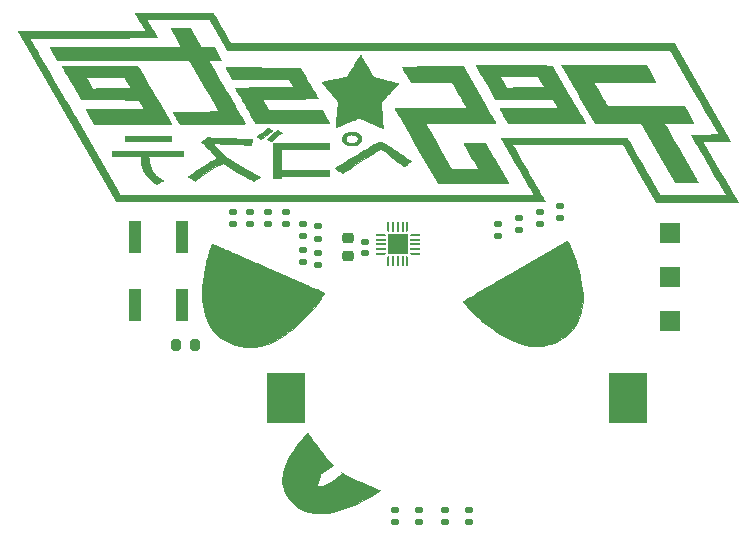
<source format=gbr>
%TF.GenerationSoftware,KiCad,Pcbnew,(6.0.9)*%
%TF.CreationDate,2023-10-21T14:44:12-07:00*%
%TF.ProjectId,pegoste2023,7065676f-7374-4653-9230-32332e6b6963,rev?*%
%TF.SameCoordinates,Original*%
%TF.FileFunction,Soldermask,Top*%
%TF.FilePolarity,Negative*%
%FSLAX46Y46*%
G04 Gerber Fmt 4.6, Leading zero omitted, Abs format (unit mm)*
G04 Created by KiCad (PCBNEW (6.0.9)) date 2023-10-21 14:44:12*
%MOMM*%
%LPD*%
G01*
G04 APERTURE LIST*
G04 Aperture macros list*
%AMRoundRect*
0 Rectangle with rounded corners*
0 $1 Rounding radius*
0 $2 $3 $4 $5 $6 $7 $8 $9 X,Y pos of 4 corners*
0 Add a 4 corners polygon primitive as box body*
4,1,4,$2,$3,$4,$5,$6,$7,$8,$9,$2,$3,0*
0 Add four circle primitives for the rounded corners*
1,1,$1+$1,$2,$3*
1,1,$1+$1,$4,$5*
1,1,$1+$1,$6,$7*
1,1,$1+$1,$8,$9*
0 Add four rect primitives between the rounded corners*
20,1,$1+$1,$2,$3,$4,$5,0*
20,1,$1+$1,$4,$5,$6,$7,0*
20,1,$1+$1,$6,$7,$8,$9,0*
20,1,$1+$1,$8,$9,$2,$3,0*%
%AMFreePoly0*
4,1,14,0.334644,0.085355,0.385355,0.034644,0.400000,-0.000711,0.400000,-0.050000,0.385355,-0.085355,0.350000,-0.100000,-0.350000,-0.100000,-0.385355,-0.085355,-0.400000,-0.050000,-0.400000,0.050000,-0.385355,0.085355,-0.350000,0.100000,0.299289,0.100000,0.334644,0.085355,0.334644,0.085355,$1*%
%AMFreePoly1*
4,1,14,0.385355,0.085355,0.400000,0.050000,0.400000,0.000711,0.385355,-0.034644,0.334644,-0.085355,0.299289,-0.100000,-0.350000,-0.100000,-0.385355,-0.085355,-0.400000,-0.050000,-0.400000,0.050000,-0.385355,0.085355,-0.350000,0.100000,0.350000,0.100000,0.385355,0.085355,0.385355,0.085355,$1*%
%AMFreePoly2*
4,1,14,0.085355,0.385355,0.100000,0.350000,0.100000,-0.350000,0.085355,-0.385355,0.050000,-0.400000,-0.050000,-0.400000,-0.085355,-0.385355,-0.100000,-0.350000,-0.100000,0.299289,-0.085355,0.334644,-0.034644,0.385355,0.000711,0.400000,0.050000,0.400000,0.085355,0.385355,0.085355,0.385355,$1*%
%AMFreePoly3*
4,1,14,0.034644,0.385355,0.085355,0.334644,0.100000,0.299289,0.100000,-0.350000,0.085355,-0.385355,0.050000,-0.400000,-0.050000,-0.400000,-0.085355,-0.385355,-0.100000,-0.350000,-0.100000,0.350000,-0.085355,0.385355,-0.050000,0.400000,-0.000711,0.400000,0.034644,0.385355,0.034644,0.385355,$1*%
%AMFreePoly4*
4,1,14,0.385355,0.085355,0.400000,0.050000,0.400000,-0.050000,0.385355,-0.085355,0.350000,-0.100000,-0.299289,-0.100000,-0.334644,-0.085355,-0.385355,-0.034644,-0.400000,0.000711,-0.400000,0.050000,-0.385355,0.085355,-0.350000,0.100000,0.350000,0.100000,0.385355,0.085355,0.385355,0.085355,$1*%
%AMFreePoly5*
4,1,14,0.385355,0.085355,0.400000,0.050000,0.400000,-0.050000,0.385355,-0.085355,0.350000,-0.100000,-0.350000,-0.100000,-0.385355,-0.085355,-0.400000,-0.050000,-0.400000,-0.000711,-0.385355,0.034644,-0.334644,0.085355,-0.299289,0.100000,0.350000,0.100000,0.385355,0.085355,0.385355,0.085355,$1*%
%AMFreePoly6*
4,1,14,0.085355,0.385355,0.100000,0.350000,0.100000,-0.299289,0.085355,-0.334644,0.034644,-0.385355,-0.000711,-0.400000,-0.050000,-0.400000,-0.085355,-0.385355,-0.100000,-0.350000,-0.100000,0.350000,-0.085355,0.385355,-0.050000,0.400000,0.050000,0.400000,0.085355,0.385355,0.085355,0.385355,$1*%
%AMFreePoly7*
4,1,14,0.085355,0.385355,0.100000,0.350000,0.100000,-0.350000,0.085355,-0.385355,0.050000,-0.400000,0.000711,-0.400000,-0.034644,-0.385355,-0.085355,-0.334644,-0.100000,-0.299289,-0.100000,0.350000,-0.085355,0.385355,-0.050000,0.400000,0.050000,0.400000,0.085355,0.385355,0.085355,0.385355,$1*%
G04 Aperture macros list end*
%ADD10C,0.010000*%
%ADD11RoundRect,0.135000X-0.185000X0.135000X-0.185000X-0.135000X0.185000X-0.135000X0.185000X0.135000X0*%
%ADD12RoundRect,0.250000X0.337500X0.475000X-0.337500X0.475000X-0.337500X-0.475000X0.337500X-0.475000X0*%
%ADD13R,1.000000X2.800000*%
%ADD14RoundRect,0.135000X0.185000X-0.135000X0.185000X0.135000X-0.185000X0.135000X-0.185000X-0.135000X0*%
%ADD15RoundRect,0.250000X0.475000X-0.337500X0.475000X0.337500X-0.475000X0.337500X-0.475000X-0.337500X0*%
%ADD16RoundRect,0.140000X0.170000X-0.140000X0.170000X0.140000X-0.170000X0.140000X-0.170000X-0.140000X0*%
%ADD17R,1.700000X1.700000*%
%ADD18RoundRect,0.250000X-0.337500X-0.475000X0.337500X-0.475000X0.337500X0.475000X-0.337500X0.475000X0*%
%ADD19R,3.200000X4.200000*%
%ADD20RoundRect,0.225000X0.250000X-0.225000X0.250000X0.225000X-0.250000X0.225000X-0.250000X-0.225000X0*%
%ADD21RoundRect,0.200000X0.200000X0.275000X-0.200000X0.275000X-0.200000X-0.275000X0.200000X-0.275000X0*%
%ADD22FreePoly0,0.000000*%
%ADD23RoundRect,0.050000X-0.350000X-0.050000X0.350000X-0.050000X0.350000X0.050000X-0.350000X0.050000X0*%
%ADD24FreePoly1,0.000000*%
%ADD25FreePoly2,0.000000*%
%ADD26RoundRect,0.050000X-0.050000X-0.350000X0.050000X-0.350000X0.050000X0.350000X-0.050000X0.350000X0*%
%ADD27FreePoly3,0.000000*%
%ADD28FreePoly4,0.000000*%
%ADD29FreePoly5,0.000000*%
%ADD30FreePoly6,0.000000*%
%ADD31FreePoly7,0.000000*%
G04 APERTURE END LIST*
%TO.C,Ref\u002A\u002A*%
G36*
X131079998Y-81019238D02*
G01*
X131297178Y-81019615D01*
X131536730Y-81020256D01*
X131795807Y-81021144D01*
X132071566Y-81022260D01*
X132361162Y-81023586D01*
X132661750Y-81025104D01*
X132970486Y-81026795D01*
X133284524Y-81028642D01*
X133601020Y-81030626D01*
X133917130Y-81032728D01*
X134230009Y-81034931D01*
X134536811Y-81037216D01*
X134834693Y-81039566D01*
X135120809Y-81041961D01*
X135392315Y-81044384D01*
X135646367Y-81046817D01*
X135880119Y-81049240D01*
X136090726Y-81051637D01*
X136275345Y-81053988D01*
X136431131Y-81056275D01*
X136555238Y-81058481D01*
X136644822Y-81060587D01*
X136697038Y-81062575D01*
X136709959Y-81063968D01*
X136724595Y-81086171D01*
X136757981Y-81141236D01*
X136808036Y-81225551D01*
X136872677Y-81335506D01*
X136949823Y-81467489D01*
X137037392Y-81617887D01*
X137133302Y-81783089D01*
X137235472Y-81959483D01*
X137341820Y-82143458D01*
X137450264Y-82331401D01*
X137558723Y-82519701D01*
X137665114Y-82704745D01*
X137767356Y-82882924D01*
X137863368Y-83050624D01*
X137951066Y-83204233D01*
X138028371Y-83340141D01*
X138093199Y-83454734D01*
X138143470Y-83544403D01*
X138177101Y-83605534D01*
X138192011Y-83634516D01*
X138192573Y-83636257D01*
X138171734Y-83639173D01*
X138110526Y-83642006D01*
X138010915Y-83644735D01*
X137874866Y-83647339D01*
X137704344Y-83649798D01*
X137501313Y-83652090D01*
X137267739Y-83654196D01*
X137005587Y-83656094D01*
X136716821Y-83657765D01*
X136403406Y-83659186D01*
X136067309Y-83660338D01*
X135845416Y-83660915D01*
X133498260Y-83666299D01*
X133768738Y-84131966D01*
X134039216Y-84597632D01*
X136290519Y-84603295D01*
X138541823Y-84608958D01*
X138859323Y-85159880D01*
X138939316Y-85298939D01*
X139012381Y-85426446D01*
X139075851Y-85537707D01*
X139127058Y-85628025D01*
X139163331Y-85692704D01*
X139182004Y-85727050D01*
X139183878Y-85731009D01*
X139163915Y-85733909D01*
X139102550Y-85736608D01*
X139000715Y-85739098D01*
X138859343Y-85741373D01*
X138679364Y-85743428D01*
X138461711Y-85745257D01*
X138207315Y-85746853D01*
X137917108Y-85748210D01*
X137592021Y-85749323D01*
X137232986Y-85750186D01*
X136840935Y-85750791D01*
X136416799Y-85751134D01*
X136067575Y-85751216D01*
X132944215Y-85751216D01*
X132913719Y-85703591D01*
X132895883Y-85673934D01*
X132859397Y-85611777D01*
X132806211Y-85520504D01*
X132738277Y-85403501D01*
X132657545Y-85264154D01*
X132565964Y-85105849D01*
X132465485Y-84931970D01*
X132358060Y-84745904D01*
X132245637Y-84551036D01*
X132130168Y-84350753D01*
X132013603Y-84148438D01*
X131897892Y-83947479D01*
X131784986Y-83751261D01*
X131676835Y-83563169D01*
X131575389Y-83386589D01*
X131482599Y-83224907D01*
X131400416Y-83081508D01*
X131330790Y-82959778D01*
X131275670Y-82863102D01*
X131237008Y-82794867D01*
X131216754Y-82758457D01*
X131214198Y-82753450D01*
X131217776Y-82748989D01*
X131233493Y-82744967D01*
X131263426Y-82741357D01*
X131309653Y-82738128D01*
X131374249Y-82735253D01*
X131459291Y-82732704D01*
X131566856Y-82730450D01*
X131699021Y-82728464D01*
X131857862Y-82726717D01*
X132045456Y-82725181D01*
X132263880Y-82723826D01*
X132515211Y-82722625D01*
X132801524Y-82721548D01*
X133124897Y-82720566D01*
X133487406Y-82719653D01*
X133699935Y-82719177D01*
X136196759Y-82713799D01*
X135982448Y-82343382D01*
X135768136Y-81972966D01*
X133352163Y-81967584D01*
X130936190Y-81962203D01*
X130667192Y-81495621D01*
X130594560Y-81368925D01*
X130529969Y-81254877D01*
X130476144Y-81158404D01*
X130435812Y-81084433D01*
X130411697Y-81037890D01*
X130406008Y-81023558D01*
X130429224Y-81021963D01*
X130491880Y-81020743D01*
X130591129Y-81019879D01*
X130724129Y-81019352D01*
X130888033Y-81019144D01*
X131079998Y-81019238D01*
G37*
D10*
X131079998Y-81019238D02*
X131297178Y-81019615D01*
X131536730Y-81020256D01*
X131795807Y-81021144D01*
X132071566Y-81022260D01*
X132361162Y-81023586D01*
X132661750Y-81025104D01*
X132970486Y-81026795D01*
X133284524Y-81028642D01*
X133601020Y-81030626D01*
X133917130Y-81032728D01*
X134230009Y-81034931D01*
X134536811Y-81037216D01*
X134834693Y-81039566D01*
X135120809Y-81041961D01*
X135392315Y-81044384D01*
X135646367Y-81046817D01*
X135880119Y-81049240D01*
X136090726Y-81051637D01*
X136275345Y-81053988D01*
X136431131Y-81056275D01*
X136555238Y-81058481D01*
X136644822Y-81060587D01*
X136697038Y-81062575D01*
X136709959Y-81063968D01*
X136724595Y-81086171D01*
X136757981Y-81141236D01*
X136808036Y-81225551D01*
X136872677Y-81335506D01*
X136949823Y-81467489D01*
X137037392Y-81617887D01*
X137133302Y-81783089D01*
X137235472Y-81959483D01*
X137341820Y-82143458D01*
X137450264Y-82331401D01*
X137558723Y-82519701D01*
X137665114Y-82704745D01*
X137767356Y-82882924D01*
X137863368Y-83050624D01*
X137951066Y-83204233D01*
X138028371Y-83340141D01*
X138093199Y-83454734D01*
X138143470Y-83544403D01*
X138177101Y-83605534D01*
X138192011Y-83634516D01*
X138192573Y-83636257D01*
X138171734Y-83639173D01*
X138110526Y-83642006D01*
X138010915Y-83644735D01*
X137874866Y-83647339D01*
X137704344Y-83649798D01*
X137501313Y-83652090D01*
X137267739Y-83654196D01*
X137005587Y-83656094D01*
X136716821Y-83657765D01*
X136403406Y-83659186D01*
X136067309Y-83660338D01*
X135845416Y-83660915D01*
X133498260Y-83666299D01*
X133768738Y-84131966D01*
X134039216Y-84597632D01*
X136290519Y-84603295D01*
X138541823Y-84608958D01*
X138859323Y-85159880D01*
X138939316Y-85298939D01*
X139012381Y-85426446D01*
X139075851Y-85537707D01*
X139127058Y-85628025D01*
X139163331Y-85692704D01*
X139182004Y-85727050D01*
X139183878Y-85731009D01*
X139163915Y-85733909D01*
X139102550Y-85736608D01*
X139000715Y-85739098D01*
X138859343Y-85741373D01*
X138679364Y-85743428D01*
X138461711Y-85745257D01*
X138207315Y-85746853D01*
X137917108Y-85748210D01*
X137592021Y-85749323D01*
X137232986Y-85750186D01*
X136840935Y-85750791D01*
X136416799Y-85751134D01*
X136067575Y-85751216D01*
X132944215Y-85751216D01*
X132913719Y-85703591D01*
X132895883Y-85673934D01*
X132859397Y-85611777D01*
X132806211Y-85520504D01*
X132738277Y-85403501D01*
X132657545Y-85264154D01*
X132565964Y-85105849D01*
X132465485Y-84931970D01*
X132358060Y-84745904D01*
X132245637Y-84551036D01*
X132130168Y-84350753D01*
X132013603Y-84148438D01*
X131897892Y-83947479D01*
X131784986Y-83751261D01*
X131676835Y-83563169D01*
X131575389Y-83386589D01*
X131482599Y-83224907D01*
X131400416Y-83081508D01*
X131330790Y-82959778D01*
X131275670Y-82863102D01*
X131237008Y-82794867D01*
X131216754Y-82758457D01*
X131214198Y-82753450D01*
X131217776Y-82748989D01*
X131233493Y-82744967D01*
X131263426Y-82741357D01*
X131309653Y-82738128D01*
X131374249Y-82735253D01*
X131459291Y-82732704D01*
X131566856Y-82730450D01*
X131699021Y-82728464D01*
X131857862Y-82726717D01*
X132045456Y-82725181D01*
X132263880Y-82723826D01*
X132515211Y-82722625D01*
X132801524Y-82721548D01*
X133124897Y-82720566D01*
X133487406Y-82719653D01*
X133699935Y-82719177D01*
X136196759Y-82713799D01*
X135982448Y-82343382D01*
X135768136Y-81972966D01*
X133352163Y-81967584D01*
X130936190Y-81962203D01*
X130667192Y-81495621D01*
X130594560Y-81368925D01*
X130529969Y-81254877D01*
X130476144Y-81158404D01*
X130435812Y-81084433D01*
X130411697Y-81037890D01*
X130406008Y-81023558D01*
X130429224Y-81021963D01*
X130491880Y-81020743D01*
X130591129Y-81019879D01*
X130724129Y-81019352D01*
X130888033Y-81019144D01*
X131079998Y-81019238D01*
G36*
X126201433Y-77690001D02*
G01*
X126364767Y-77690551D01*
X126542943Y-77691526D01*
X126577365Y-77691756D01*
X127386990Y-77697299D01*
X127841954Y-78485757D01*
X128296918Y-79274216D01*
X129404519Y-79274216D01*
X129720015Y-79819257D01*
X130035511Y-80364299D01*
X129489125Y-80369942D01*
X129342041Y-80371773D01*
X129209942Y-80374015D01*
X129098405Y-80376525D01*
X129013006Y-80379160D01*
X128959325Y-80381775D01*
X128942740Y-80384002D01*
X128953133Y-80402979D01*
X128983532Y-80456573D01*
X129032763Y-80542748D01*
X129099654Y-80659466D01*
X129183032Y-80804690D01*
X129281725Y-80976381D01*
X129394559Y-81172503D01*
X129520363Y-81391019D01*
X129657964Y-81629890D01*
X129806189Y-81887079D01*
X129963865Y-82160549D01*
X130129819Y-82448262D01*
X130302880Y-82748181D01*
X130481874Y-83058269D01*
X130490332Y-83072919D01*
X130669463Y-83383452D01*
X130842525Y-83683995D01*
X131008356Y-83972507D01*
X131165796Y-84246945D01*
X131313684Y-84505267D01*
X131450858Y-84745433D01*
X131576158Y-84965399D01*
X131688420Y-85163123D01*
X131786486Y-85336566D01*
X131869193Y-85483683D01*
X131935380Y-85602434D01*
X131983886Y-85690776D01*
X132013550Y-85746668D01*
X132023211Y-85768068D01*
X132023152Y-85768192D01*
X132000561Y-85770064D01*
X131938141Y-85771983D01*
X131838398Y-85773928D01*
X131703837Y-85775879D01*
X131536962Y-85777815D01*
X131340279Y-85779717D01*
X131116292Y-85781565D01*
X130867507Y-85783336D01*
X130596429Y-85785012D01*
X130305562Y-85786573D01*
X129997411Y-85787997D01*
X129674482Y-85789265D01*
X129339280Y-85790356D01*
X129260487Y-85790580D01*
X126512594Y-85798196D01*
X126481153Y-85748247D01*
X126458957Y-85711451D01*
X126421080Y-85647014D01*
X126370869Y-85560762D01*
X126311668Y-85458521D01*
X126246823Y-85346117D01*
X126179680Y-85229376D01*
X126113584Y-85114122D01*
X126051882Y-85006183D01*
X125997918Y-84911383D01*
X125955039Y-84835548D01*
X125926590Y-84784504D01*
X125915917Y-84764076D01*
X125915906Y-84763994D01*
X125936582Y-84762890D01*
X125996644Y-84761835D01*
X126093147Y-84760838D01*
X126223144Y-84759913D01*
X126383688Y-84759070D01*
X126571833Y-84758321D01*
X126784633Y-84757677D01*
X127019141Y-84757150D01*
X127272411Y-84756752D01*
X127541496Y-84756493D01*
X127823450Y-84756385D01*
X127873823Y-84756382D01*
X128157723Y-84756293D01*
X128429269Y-84756033D01*
X128685515Y-84755616D01*
X128923514Y-84755054D01*
X129140320Y-84754360D01*
X129332986Y-84753547D01*
X129498566Y-84752628D01*
X129634114Y-84751614D01*
X129736682Y-84750519D01*
X129803325Y-84749356D01*
X129831096Y-84748138D01*
X129831740Y-84747920D01*
X129821366Y-84728868D01*
X129791112Y-84675425D01*
X129742279Y-84589855D01*
X129676170Y-84474420D01*
X129594084Y-84331384D01*
X129497325Y-84163009D01*
X129387194Y-83971558D01*
X129264991Y-83759294D01*
X129132019Y-83528479D01*
X128989578Y-83281378D01*
X128838972Y-83020252D01*
X128681500Y-82747364D01*
X128574756Y-82562462D01*
X127317772Y-80385466D01*
X121732631Y-80380033D01*
X116147490Y-80374601D01*
X115839139Y-79840283D01*
X115530789Y-79305966D01*
X117087972Y-79300113D01*
X117276611Y-79299403D01*
X117504312Y-79298543D01*
X117767804Y-79297547D01*
X118063817Y-79296426D01*
X118389080Y-79295192D01*
X118740323Y-79293860D01*
X119114274Y-79292439D01*
X119507663Y-79290945D01*
X119917219Y-79289387D01*
X120339672Y-79287780D01*
X120771751Y-79286136D01*
X121210184Y-79284466D01*
X121651702Y-79282784D01*
X122093033Y-79281101D01*
X122530908Y-79279431D01*
X122657739Y-79278947D01*
X126670321Y-79263632D01*
X126219030Y-78482039D01*
X126123529Y-78316477D01*
X126034913Y-78162541D01*
X125955358Y-78024033D01*
X125887039Y-77904753D01*
X125832132Y-77808502D01*
X125792810Y-77739083D01*
X125771250Y-77700295D01*
X125767740Y-77693329D01*
X125788142Y-77691883D01*
X125846294Y-77690818D01*
X125937614Y-77690143D01*
X126057521Y-77689868D01*
X126201433Y-77690001D01*
G37*
X126201433Y-77690001D02*
X126364767Y-77690551D01*
X126542943Y-77691526D01*
X126577365Y-77691756D01*
X127386990Y-77697299D01*
X127841954Y-78485757D01*
X128296918Y-79274216D01*
X129404519Y-79274216D01*
X129720015Y-79819257D01*
X130035511Y-80364299D01*
X129489125Y-80369942D01*
X129342041Y-80371773D01*
X129209942Y-80374015D01*
X129098405Y-80376525D01*
X129013006Y-80379160D01*
X128959325Y-80381775D01*
X128942740Y-80384002D01*
X128953133Y-80402979D01*
X128983532Y-80456573D01*
X129032763Y-80542748D01*
X129099654Y-80659466D01*
X129183032Y-80804690D01*
X129281725Y-80976381D01*
X129394559Y-81172503D01*
X129520363Y-81391019D01*
X129657964Y-81629890D01*
X129806189Y-81887079D01*
X129963865Y-82160549D01*
X130129819Y-82448262D01*
X130302880Y-82748181D01*
X130481874Y-83058269D01*
X130490332Y-83072919D01*
X130669463Y-83383452D01*
X130842525Y-83683995D01*
X131008356Y-83972507D01*
X131165796Y-84246945D01*
X131313684Y-84505267D01*
X131450858Y-84745433D01*
X131576158Y-84965399D01*
X131688420Y-85163123D01*
X131786486Y-85336566D01*
X131869193Y-85483683D01*
X131935380Y-85602434D01*
X131983886Y-85690776D01*
X132013550Y-85746668D01*
X132023211Y-85768068D01*
X132023152Y-85768192D01*
X132000561Y-85770064D01*
X131938141Y-85771983D01*
X131838398Y-85773928D01*
X131703837Y-85775879D01*
X131536962Y-85777815D01*
X131340279Y-85779717D01*
X131116292Y-85781565D01*
X130867507Y-85783336D01*
X130596429Y-85785012D01*
X130305562Y-85786573D01*
X129997411Y-85787997D01*
X129674482Y-85789265D01*
X129339280Y-85790356D01*
X129260487Y-85790580D01*
X126512594Y-85798196D01*
X126481153Y-85748247D01*
X126458957Y-85711451D01*
X126421080Y-85647014D01*
X126370869Y-85560762D01*
X126311668Y-85458521D01*
X126246823Y-85346117D01*
X126179680Y-85229376D01*
X126113584Y-85114122D01*
X126051882Y-85006183D01*
X125997918Y-84911383D01*
X125955039Y-84835548D01*
X125926590Y-84784504D01*
X125915917Y-84764076D01*
X125915906Y-84763994D01*
X125936582Y-84762890D01*
X125996644Y-84761835D01*
X126093147Y-84760838D01*
X126223144Y-84759913D01*
X126383688Y-84759070D01*
X126571833Y-84758321D01*
X126784633Y-84757677D01*
X127019141Y-84757150D01*
X127272411Y-84756752D01*
X127541496Y-84756493D01*
X127823450Y-84756385D01*
X127873823Y-84756382D01*
X128157723Y-84756293D01*
X128429269Y-84756033D01*
X128685515Y-84755616D01*
X128923514Y-84755054D01*
X129140320Y-84754360D01*
X129332986Y-84753547D01*
X129498566Y-84752628D01*
X129634114Y-84751614D01*
X129736682Y-84750519D01*
X129803325Y-84749356D01*
X129831096Y-84748138D01*
X129831740Y-84747920D01*
X129821366Y-84728868D01*
X129791112Y-84675425D01*
X129742279Y-84589855D01*
X129676170Y-84474420D01*
X129594084Y-84331384D01*
X129497325Y-84163009D01*
X129387194Y-83971558D01*
X129264991Y-83759294D01*
X129132019Y-83528479D01*
X128989578Y-83281378D01*
X128838972Y-83020252D01*
X128681500Y-82747364D01*
X128574756Y-82562462D01*
X127317772Y-80385466D01*
X121732631Y-80380033D01*
X116147490Y-80374601D01*
X115839139Y-79840283D01*
X115530789Y-79305966D01*
X117087972Y-79300113D01*
X117276611Y-79299403D01*
X117504312Y-79298543D01*
X117767804Y-79297547D01*
X118063817Y-79296426D01*
X118389080Y-79295192D01*
X118740323Y-79293860D01*
X119114274Y-79292439D01*
X119507663Y-79290945D01*
X119917219Y-79289387D01*
X120339672Y-79287780D01*
X120771751Y-79286136D01*
X121210184Y-79284466D01*
X121651702Y-79282784D01*
X122093033Y-79281101D01*
X122530908Y-79279431D01*
X122657739Y-79278947D01*
X126670321Y-79263632D01*
X126219030Y-78482039D01*
X126123529Y-78316477D01*
X126034913Y-78162541D01*
X125955358Y-78024033D01*
X125887039Y-77904753D01*
X125832132Y-77808502D01*
X125792810Y-77739083D01*
X125771250Y-77700295D01*
X125767740Y-77693329D01*
X125788142Y-77691883D01*
X125846294Y-77690818D01*
X125937614Y-77690143D01*
X126057521Y-77689868D01*
X126201433Y-77690001D01*
G36*
X134955343Y-86445903D02*
G01*
X135148065Y-86550179D01*
X135077527Y-86600105D01*
X135031139Y-86635256D01*
X134961336Y-86691033D01*
X134874599Y-86761977D01*
X134777409Y-86842629D01*
X134676247Y-86927532D01*
X134577592Y-87011227D01*
X134487925Y-87088255D01*
X134413727Y-87153158D01*
X134361478Y-87200477D01*
X134341842Y-87219773D01*
X134298586Y-87256650D01*
X134260694Y-87273486D01*
X134257175Y-87273594D01*
X134223735Y-87262957D01*
X134165119Y-87236223D01*
X134092692Y-87198674D01*
X134075656Y-87189275D01*
X134003483Y-87149463D01*
X133944775Y-87117942D01*
X133909972Y-87100295D01*
X133906323Y-87098739D01*
X133903501Y-87079792D01*
X133925587Y-87044592D01*
X133927490Y-87042378D01*
X133977191Y-86991080D01*
X134052751Y-86920092D01*
X134146728Y-86835861D01*
X134251680Y-86744836D01*
X134360164Y-86653464D01*
X134464738Y-86568191D01*
X134557961Y-86495466D01*
X134564241Y-86490732D01*
X134762620Y-86341627D01*
X134955343Y-86445903D01*
G37*
X134955343Y-86445903D02*
X135148065Y-86550179D01*
X135077527Y-86600105D01*
X135031139Y-86635256D01*
X134961336Y-86691033D01*
X134874599Y-86761977D01*
X134777409Y-86842629D01*
X134676247Y-86927532D01*
X134577592Y-87011227D01*
X134487925Y-87088255D01*
X134413727Y-87153158D01*
X134361478Y-87200477D01*
X134341842Y-87219773D01*
X134298586Y-87256650D01*
X134260694Y-87273486D01*
X134257175Y-87273594D01*
X134223735Y-87262957D01*
X134165119Y-87236223D01*
X134092692Y-87198674D01*
X134075656Y-87189275D01*
X134003483Y-87149463D01*
X133944775Y-87117942D01*
X133909972Y-87100295D01*
X133906323Y-87098739D01*
X133903501Y-87079792D01*
X133925587Y-87044592D01*
X133927490Y-87042378D01*
X133977191Y-86991080D01*
X134052751Y-86920092D01*
X134146728Y-86835861D01*
X134251680Y-86744836D01*
X134360164Y-86653464D01*
X134464738Y-86568191D01*
X134557961Y-86495466D01*
X134564241Y-86490732D01*
X134762620Y-86341627D01*
X134955343Y-86445903D01*
G36*
X152974582Y-80834332D02*
G01*
X153266800Y-80834877D01*
X153597203Y-80835676D01*
X153902442Y-80836515D01*
X154233849Y-80837581D01*
X154569333Y-80838884D01*
X154904488Y-80840397D01*
X155234909Y-80842090D01*
X155556191Y-80843934D01*
X155863929Y-80845901D01*
X156153718Y-80847961D01*
X156421151Y-80850085D01*
X156661825Y-80852244D01*
X156871335Y-80854410D01*
X157045274Y-80856554D01*
X157122234Y-80857682D01*
X158049646Y-80872299D01*
X159437118Y-83274716D01*
X159606929Y-83568809D01*
X159770934Y-83852968D01*
X159927879Y-84125017D01*
X160076514Y-84382784D01*
X160215587Y-84624092D01*
X160343847Y-84846768D01*
X160460042Y-85048638D01*
X160562921Y-85227526D01*
X160651233Y-85381259D01*
X160723725Y-85507662D01*
X160779147Y-85604561D01*
X160816247Y-85669780D01*
X160833773Y-85701147D01*
X160835012Y-85703591D01*
X160828965Y-85707236D01*
X160806701Y-85710553D01*
X160766545Y-85713553D01*
X160706822Y-85716252D01*
X160625857Y-85718662D01*
X160521974Y-85720797D01*
X160393498Y-85722671D01*
X160238754Y-85724297D01*
X160056067Y-85725689D01*
X159843762Y-85726861D01*
X159600163Y-85727826D01*
X159323595Y-85728598D01*
X159012383Y-85729191D01*
X158664851Y-85729617D01*
X158279326Y-85729892D01*
X157854130Y-85730028D01*
X157583992Y-85730049D01*
X154322549Y-85730049D01*
X154292853Y-85682424D01*
X154257992Y-85624933D01*
X154209254Y-85542342D01*
X154149675Y-85439994D01*
X154082289Y-85323229D01*
X154010130Y-85197391D01*
X153936233Y-85067822D01*
X153863632Y-84939863D01*
X153795362Y-84818858D01*
X153734458Y-84710147D01*
X153683954Y-84619073D01*
X153646885Y-84550979D01*
X153626284Y-84511207D01*
X153623073Y-84503305D01*
X153641603Y-84499477D01*
X153697514Y-84495940D01*
X153791289Y-84492688D01*
X153923407Y-84489715D01*
X154094352Y-84487018D01*
X154304603Y-84484589D01*
X154554643Y-84482425D01*
X154844953Y-84480518D01*
X155176015Y-84478866D01*
X155548309Y-84477461D01*
X155962319Y-84476298D01*
X156087557Y-84476012D01*
X158552041Y-84470632D01*
X158325932Y-84074653D01*
X158099823Y-83678673D01*
X155666249Y-83672486D01*
X153232674Y-83666299D01*
X152430751Y-82279882D01*
X152302059Y-82057191D01*
X152179510Y-81844740D01*
X152125230Y-81750456D01*
X153600901Y-81750456D01*
X153659612Y-81851945D01*
X153688162Y-81901421D01*
X153733542Y-81980211D01*
X153791497Y-82080919D01*
X153857771Y-82196150D01*
X153928109Y-82318510D01*
X153940573Y-82340198D01*
X154162823Y-82726961D01*
X155305823Y-82712213D01*
X155541414Y-82709038D01*
X155779948Y-82705576D01*
X156015074Y-82701932D01*
X156240442Y-82698217D01*
X156449702Y-82694539D01*
X156636501Y-82691006D01*
X156794491Y-82687726D01*
X156917320Y-82684809D01*
X156930276Y-82684465D01*
X157411728Y-82671466D01*
X157148851Y-82216382D01*
X156885975Y-81761299D01*
X155243438Y-81755877D01*
X153600901Y-81750456D01*
X152125230Y-81750456D01*
X152064767Y-81645434D01*
X151959490Y-81462178D01*
X151865340Y-81297873D01*
X151783979Y-81155426D01*
X151717068Y-81037739D01*
X151666268Y-80947718D01*
X151633241Y-80888265D01*
X151619649Y-80862284D01*
X151619444Y-80861716D01*
X151621477Y-80856686D01*
X151632236Y-80852235D01*
X151653988Y-80848338D01*
X151688997Y-80844970D01*
X151739531Y-80842106D01*
X151807854Y-80839721D01*
X151896234Y-80837790D01*
X152006935Y-80836287D01*
X152142225Y-80835189D01*
X152304368Y-80834469D01*
X152495631Y-80834103D01*
X152718281Y-80834065D01*
X152974582Y-80834332D01*
G37*
X152974582Y-80834332D02*
X153266800Y-80834877D01*
X153597203Y-80835676D01*
X153902442Y-80836515D01*
X154233849Y-80837581D01*
X154569333Y-80838884D01*
X154904488Y-80840397D01*
X155234909Y-80842090D01*
X155556191Y-80843934D01*
X155863929Y-80845901D01*
X156153718Y-80847961D01*
X156421151Y-80850085D01*
X156661825Y-80852244D01*
X156871335Y-80854410D01*
X157045274Y-80856554D01*
X157122234Y-80857682D01*
X158049646Y-80872299D01*
X159437118Y-83274716D01*
X159606929Y-83568809D01*
X159770934Y-83852968D01*
X159927879Y-84125017D01*
X160076514Y-84382784D01*
X160215587Y-84624092D01*
X160343847Y-84846768D01*
X160460042Y-85048638D01*
X160562921Y-85227526D01*
X160651233Y-85381259D01*
X160723725Y-85507662D01*
X160779147Y-85604561D01*
X160816247Y-85669780D01*
X160833773Y-85701147D01*
X160835012Y-85703591D01*
X160828965Y-85707236D01*
X160806701Y-85710553D01*
X160766545Y-85713553D01*
X160706822Y-85716252D01*
X160625857Y-85718662D01*
X160521974Y-85720797D01*
X160393498Y-85722671D01*
X160238754Y-85724297D01*
X160056067Y-85725689D01*
X159843762Y-85726861D01*
X159600163Y-85727826D01*
X159323595Y-85728598D01*
X159012383Y-85729191D01*
X158664851Y-85729617D01*
X158279326Y-85729892D01*
X157854130Y-85730028D01*
X157583992Y-85730049D01*
X154322549Y-85730049D01*
X154292853Y-85682424D01*
X154257992Y-85624933D01*
X154209254Y-85542342D01*
X154149675Y-85439994D01*
X154082289Y-85323229D01*
X154010130Y-85197391D01*
X153936233Y-85067822D01*
X153863632Y-84939863D01*
X153795362Y-84818858D01*
X153734458Y-84710147D01*
X153683954Y-84619073D01*
X153646885Y-84550979D01*
X153626284Y-84511207D01*
X153623073Y-84503305D01*
X153641603Y-84499477D01*
X153697514Y-84495940D01*
X153791289Y-84492688D01*
X153923407Y-84489715D01*
X154094352Y-84487018D01*
X154304603Y-84484589D01*
X154554643Y-84482425D01*
X154844953Y-84480518D01*
X155176015Y-84478866D01*
X155548309Y-84477461D01*
X155962319Y-84476298D01*
X156087557Y-84476012D01*
X158552041Y-84470632D01*
X158325932Y-84074653D01*
X158099823Y-83678673D01*
X155666249Y-83672486D01*
X153232674Y-83666299D01*
X152430751Y-82279882D01*
X152302059Y-82057191D01*
X152179510Y-81844740D01*
X152125230Y-81750456D01*
X153600901Y-81750456D01*
X153659612Y-81851945D01*
X153688162Y-81901421D01*
X153733542Y-81980211D01*
X153791497Y-82080919D01*
X153857771Y-82196150D01*
X153928109Y-82318510D01*
X153940573Y-82340198D01*
X154162823Y-82726961D01*
X155305823Y-82712213D01*
X155541414Y-82709038D01*
X155779948Y-82705576D01*
X156015074Y-82701932D01*
X156240442Y-82698217D01*
X156449702Y-82694539D01*
X156636501Y-82691006D01*
X156794491Y-82687726D01*
X156917320Y-82684809D01*
X156930276Y-82684465D01*
X157411728Y-82671466D01*
X157148851Y-82216382D01*
X156885975Y-81761299D01*
X155243438Y-81755877D01*
X153600901Y-81750456D01*
X152125230Y-81750456D01*
X152064767Y-81645434D01*
X151959490Y-81462178D01*
X151865340Y-81297873D01*
X151783979Y-81155426D01*
X151717068Y-81037739D01*
X151666268Y-80947718D01*
X151633241Y-80888265D01*
X151619649Y-80862284D01*
X151619444Y-80861716D01*
X151621477Y-80856686D01*
X151632236Y-80852235D01*
X151653988Y-80848338D01*
X151688997Y-80844970D01*
X151739531Y-80842106D01*
X151807854Y-80839721D01*
X151896234Y-80837790D01*
X152006935Y-80836287D01*
X152142225Y-80835189D01*
X152304368Y-80834469D01*
X152495631Y-80834103D01*
X152718281Y-80834065D01*
X152974582Y-80834332D01*
G36*
X137363826Y-111999420D02*
G01*
X137401623Y-112046680D01*
X137456831Y-112118217D01*
X137525656Y-112209088D01*
X137604304Y-112314349D01*
X137644255Y-112368299D01*
X137830370Y-112618844D01*
X138022096Y-112874144D01*
X138215953Y-113129717D01*
X138408461Y-113381079D01*
X138596141Y-113623749D01*
X138775513Y-113853244D01*
X138943097Y-114065081D01*
X139095415Y-114254777D01*
X139228987Y-114417851D01*
X139311981Y-114516716D01*
X139465121Y-114696632D01*
X139384472Y-114767257D01*
X139270782Y-114861631D01*
X139141916Y-114960007D01*
X139005573Y-115057264D01*
X138869453Y-115148277D01*
X138741257Y-115227926D01*
X138628682Y-115291088D01*
X138539431Y-115332640D01*
X138528488Y-115336707D01*
X138473311Y-115359565D01*
X138441272Y-115379289D01*
X138437675Y-115387277D01*
X138434451Y-115410868D01*
X138420517Y-115469371D01*
X138397387Y-115557167D01*
X138366577Y-115668637D01*
X138329600Y-115798162D01*
X138296019Y-115912954D01*
X138255323Y-116052886D01*
X138219843Y-116179242D01*
X138191047Y-116286431D01*
X138170402Y-116368860D01*
X138159374Y-116420937D01*
X138158525Y-116437057D01*
X138184548Y-116444282D01*
X138242030Y-116451736D01*
X138320122Y-116458119D01*
X138347846Y-116459732D01*
X138495914Y-116458278D01*
X138647748Y-116437517D01*
X138806106Y-116396010D01*
X138973750Y-116332317D01*
X139153438Y-116245000D01*
X139347932Y-116132621D01*
X139559991Y-115993740D01*
X139792374Y-115826920D01*
X140047843Y-115630721D01*
X140250969Y-115467736D01*
X140274614Y-115445324D01*
X140276809Y-115424118D01*
X140255169Y-115391099D01*
X140231706Y-115362541D01*
X140171656Y-115290576D01*
X140245740Y-115335060D01*
X140443694Y-115448870D01*
X140676970Y-115574206D01*
X140940845Y-115708867D01*
X141230594Y-115850652D01*
X141541494Y-115997359D01*
X141868821Y-116146785D01*
X142207851Y-116296731D01*
X142553861Y-116444994D01*
X142902127Y-116589373D01*
X143156156Y-116691482D01*
X143260886Y-116733513D01*
X143351683Y-116770931D01*
X143421208Y-116800635D01*
X143462124Y-116819526D01*
X143469419Y-116823818D01*
X143460890Y-116841839D01*
X143419365Y-116877874D01*
X143348886Y-116929433D01*
X143253493Y-116994029D01*
X143137229Y-117069173D01*
X143004136Y-117152376D01*
X142858253Y-117241150D01*
X142703624Y-117333006D01*
X142544290Y-117425456D01*
X142384292Y-117516010D01*
X142227671Y-117602182D01*
X142078470Y-117681481D01*
X142066073Y-117687921D01*
X141529079Y-117951092D01*
X141004048Y-118177687D01*
X140492055Y-118367354D01*
X139994178Y-118519740D01*
X139511490Y-118634492D01*
X139045068Y-118711258D01*
X138894122Y-118728272D01*
X138726927Y-118740335D01*
X138538636Y-118746373D01*
X138342588Y-118746519D01*
X138152123Y-118740909D01*
X137980580Y-118729675D01*
X137875073Y-118718016D01*
X137493486Y-118646176D01*
X137134902Y-118538814D01*
X136799220Y-118395883D01*
X136486341Y-118217336D01*
X136196163Y-118003123D01*
X135993149Y-117818814D01*
X135763684Y-117566184D01*
X135574350Y-117301145D01*
X135424406Y-117022304D01*
X135313108Y-116728268D01*
X135239713Y-116417644D01*
X135236874Y-116400734D01*
X135218955Y-116239115D01*
X135212163Y-116050602D01*
X135216053Y-115849021D01*
X135230181Y-115648200D01*
X135254103Y-115461965D01*
X135269745Y-115377932D01*
X135370497Y-114992827D01*
X135512182Y-114599175D01*
X135694434Y-114197712D01*
X135916885Y-113789177D01*
X136179166Y-113374309D01*
X136471850Y-112965791D01*
X136557450Y-112855437D01*
X136653163Y-112736593D01*
X136755226Y-112613491D01*
X136859878Y-112490362D01*
X136963355Y-112371436D01*
X137061896Y-112260943D01*
X137151738Y-112163116D01*
X137229119Y-112082185D01*
X137290277Y-112022381D01*
X137331449Y-111987935D01*
X137347236Y-111981379D01*
X137363826Y-111999420D01*
G37*
X137363826Y-111999420D02*
X137401623Y-112046680D01*
X137456831Y-112118217D01*
X137525656Y-112209088D01*
X137604304Y-112314349D01*
X137644255Y-112368299D01*
X137830370Y-112618844D01*
X138022096Y-112874144D01*
X138215953Y-113129717D01*
X138408461Y-113381079D01*
X138596141Y-113623749D01*
X138775513Y-113853244D01*
X138943097Y-114065081D01*
X139095415Y-114254777D01*
X139228987Y-114417851D01*
X139311981Y-114516716D01*
X139465121Y-114696632D01*
X139384472Y-114767257D01*
X139270782Y-114861631D01*
X139141916Y-114960007D01*
X139005573Y-115057264D01*
X138869453Y-115148277D01*
X138741257Y-115227926D01*
X138628682Y-115291088D01*
X138539431Y-115332640D01*
X138528488Y-115336707D01*
X138473311Y-115359565D01*
X138441272Y-115379289D01*
X138437675Y-115387277D01*
X138434451Y-115410868D01*
X138420517Y-115469371D01*
X138397387Y-115557167D01*
X138366577Y-115668637D01*
X138329600Y-115798162D01*
X138296019Y-115912954D01*
X138255323Y-116052886D01*
X138219843Y-116179242D01*
X138191047Y-116286431D01*
X138170402Y-116368860D01*
X138159374Y-116420937D01*
X138158525Y-116437057D01*
X138184548Y-116444282D01*
X138242030Y-116451736D01*
X138320122Y-116458119D01*
X138347846Y-116459732D01*
X138495914Y-116458278D01*
X138647748Y-116437517D01*
X138806106Y-116396010D01*
X138973750Y-116332317D01*
X139153438Y-116245000D01*
X139347932Y-116132621D01*
X139559991Y-115993740D01*
X139792374Y-115826920D01*
X140047843Y-115630721D01*
X140250969Y-115467736D01*
X140274614Y-115445324D01*
X140276809Y-115424118D01*
X140255169Y-115391099D01*
X140231706Y-115362541D01*
X140171656Y-115290576D01*
X140245740Y-115335060D01*
X140443694Y-115448870D01*
X140676970Y-115574206D01*
X140940845Y-115708867D01*
X141230594Y-115850652D01*
X141541494Y-115997359D01*
X141868821Y-116146785D01*
X142207851Y-116296731D01*
X142553861Y-116444994D01*
X142902127Y-116589373D01*
X143156156Y-116691482D01*
X143260886Y-116733513D01*
X143351683Y-116770931D01*
X143421208Y-116800635D01*
X143462124Y-116819526D01*
X143469419Y-116823818D01*
X143460890Y-116841839D01*
X143419365Y-116877874D01*
X143348886Y-116929433D01*
X143253493Y-116994029D01*
X143137229Y-117069173D01*
X143004136Y-117152376D01*
X142858253Y-117241150D01*
X142703624Y-117333006D01*
X142544290Y-117425456D01*
X142384292Y-117516010D01*
X142227671Y-117602182D01*
X142078470Y-117681481D01*
X142066073Y-117687921D01*
X141529079Y-117951092D01*
X141004048Y-118177687D01*
X140492055Y-118367354D01*
X139994178Y-118519740D01*
X139511490Y-118634492D01*
X139045068Y-118711258D01*
X138894122Y-118728272D01*
X138726927Y-118740335D01*
X138538636Y-118746373D01*
X138342588Y-118746519D01*
X138152123Y-118740909D01*
X137980580Y-118729675D01*
X137875073Y-118718016D01*
X137493486Y-118646176D01*
X137134902Y-118538814D01*
X136799220Y-118395883D01*
X136486341Y-118217336D01*
X136196163Y-118003123D01*
X135993149Y-117818814D01*
X135763684Y-117566184D01*
X135574350Y-117301145D01*
X135424406Y-117022304D01*
X135313108Y-116728268D01*
X135239713Y-116417644D01*
X135236874Y-116400734D01*
X135218955Y-116239115D01*
X135212163Y-116050602D01*
X135216053Y-115849021D01*
X135230181Y-115648200D01*
X135254103Y-115461965D01*
X135269745Y-115377932D01*
X135370497Y-114992827D01*
X135512182Y-114599175D01*
X135694434Y-114197712D01*
X135916885Y-113789177D01*
X136179166Y-113374309D01*
X136471850Y-112965791D01*
X136557450Y-112855437D01*
X136653163Y-112736593D01*
X136755226Y-112613491D01*
X136859878Y-112490362D01*
X136963355Y-112371436D01*
X137061896Y-112260943D01*
X137151738Y-112163116D01*
X137229119Y-112082185D01*
X137290277Y-112022381D01*
X137331449Y-111987935D01*
X137347236Y-111981379D01*
X137363826Y-111999420D01*
G36*
X139145073Y-87910216D02*
G01*
X135059906Y-87910216D01*
X135059906Y-89709382D01*
X139145073Y-89709382D01*
X139145073Y-90175049D01*
X135059906Y-90175049D01*
X135059906Y-90386716D01*
X134382573Y-90386716D01*
X134382573Y-87444549D01*
X139145073Y-87444549D01*
X139145073Y-87910216D01*
G37*
X139145073Y-87910216D02*
X135059906Y-87910216D01*
X135059906Y-89709382D01*
X139145073Y-89709382D01*
X139145073Y-90175049D01*
X135059906Y-90175049D01*
X135059906Y-90386716D01*
X134382573Y-90386716D01*
X134382573Y-87444549D01*
X139145073Y-87444549D01*
X139145073Y-87910216D01*
G36*
X151852373Y-83291829D02*
G01*
X152021006Y-83584002D01*
X152183864Y-83866343D01*
X152339683Y-84136652D01*
X152487198Y-84392727D01*
X152625146Y-84632368D01*
X152752262Y-84853375D01*
X152867281Y-85053548D01*
X152968940Y-85230685D01*
X153055974Y-85382586D01*
X153127119Y-85507051D01*
X153181110Y-85601880D01*
X153216684Y-85664872D01*
X153232576Y-85693826D01*
X153233263Y-85695289D01*
X153232904Y-85700146D01*
X153226557Y-85704531D01*
X153212193Y-85708469D01*
X153187780Y-85711982D01*
X153151287Y-85715095D01*
X153100685Y-85717832D01*
X153033942Y-85720217D01*
X152949028Y-85722273D01*
X152843913Y-85724025D01*
X152716564Y-85725496D01*
X152564953Y-85726710D01*
X152387047Y-85727691D01*
X152180818Y-85728464D01*
X151944233Y-85729051D01*
X151675262Y-85729478D01*
X151371875Y-85729766D01*
X151032041Y-85729942D01*
X150653729Y-85730028D01*
X150279240Y-85730049D01*
X149912696Y-85730178D01*
X149561417Y-85730558D01*
X149227567Y-85731173D01*
X148913311Y-85732012D01*
X148620813Y-85733060D01*
X148352238Y-85734303D01*
X148109750Y-85735729D01*
X147895513Y-85737324D01*
X147711692Y-85739074D01*
X147560452Y-85740966D01*
X147443956Y-85742987D01*
X147364370Y-85745122D01*
X147323857Y-85747358D01*
X147318934Y-85748524D01*
X147330269Y-85769022D01*
X147361374Y-85823742D01*
X147410846Y-85910248D01*
X147477284Y-86026103D01*
X147559287Y-86168869D01*
X147655452Y-86336110D01*
X147764377Y-86525389D01*
X147884662Y-86734269D01*
X148014904Y-86960313D01*
X148153701Y-87201084D01*
X148299653Y-87454146D01*
X148426656Y-87674263D01*
X149527323Y-89581528D01*
X150664648Y-89581955D01*
X151801972Y-89582382D01*
X151699331Y-89407757D01*
X151642377Y-89310460D01*
X151572825Y-89190981D01*
X151492956Y-89053294D01*
X151405052Y-88901373D01*
X151311396Y-88739189D01*
X151214270Y-88570717D01*
X151115957Y-88399929D01*
X151018739Y-88230798D01*
X150924899Y-88067297D01*
X150836718Y-87913400D01*
X150756480Y-87773080D01*
X150686466Y-87650309D01*
X150628959Y-87549060D01*
X150586242Y-87473308D01*
X150560597Y-87427024D01*
X150553906Y-87413871D01*
X150574359Y-87411437D01*
X150632862Y-87409176D01*
X150725133Y-87407141D01*
X150846889Y-87405386D01*
X150993848Y-87403965D01*
X151161726Y-87402931D01*
X151346241Y-87402339D01*
X151480637Y-87402216D01*
X152407368Y-87402216D01*
X153082637Y-88571674D01*
X153211298Y-88794508D01*
X153342245Y-89021326D01*
X153472473Y-89246922D01*
X153598978Y-89466089D01*
X153718754Y-89673623D01*
X153828797Y-89864315D01*
X153926103Y-90032961D01*
X154007666Y-90174354D01*
X154059943Y-90265007D01*
X154361981Y-90788882D01*
X151362568Y-90788879D01*
X148363156Y-90788876D01*
X146553406Y-87654808D01*
X146359231Y-87318498D01*
X146170774Y-86992006D01*
X145989124Y-86677224D01*
X145815372Y-86376044D01*
X145650607Y-86090358D01*
X145495921Y-85822060D01*
X145352402Y-85573040D01*
X145221141Y-85345191D01*
X145103228Y-85140405D01*
X144999752Y-84960575D01*
X144911805Y-84807593D01*
X144840476Y-84683350D01*
X144786854Y-84589740D01*
X144752031Y-84528653D01*
X144737095Y-84501984D01*
X144736601Y-84500977D01*
X144756540Y-84498227D01*
X144817524Y-84495650D01*
X144918262Y-84493257D01*
X145057467Y-84491055D01*
X145233850Y-84489052D01*
X145446121Y-84487257D01*
X145692991Y-84485678D01*
X145973172Y-84484324D01*
X146285375Y-84483204D01*
X146628310Y-84482324D01*
X147000690Y-84481694D01*
X147401224Y-84481322D01*
X147779309Y-84481216D01*
X148135020Y-84481136D01*
X148478963Y-84480903D01*
X148808776Y-84480527D01*
X149122100Y-84480015D01*
X149416573Y-84479377D01*
X149689835Y-84478623D01*
X149939524Y-84477760D01*
X150163280Y-84476799D01*
X150358742Y-84475748D01*
X150523549Y-84474616D01*
X150655341Y-84473413D01*
X150751756Y-84472147D01*
X150810433Y-84470827D01*
X150829073Y-84469536D01*
X150818774Y-84449603D01*
X150789106Y-84396260D01*
X150741914Y-84312735D01*
X150679040Y-84202253D01*
X150602329Y-84068042D01*
X150513625Y-83913326D01*
X150414771Y-83741332D01*
X150307611Y-83555287D01*
X150200028Y-83368870D01*
X149570984Y-82279882D01*
X146071869Y-82279882D01*
X145690361Y-81618424D01*
X145602980Y-81466712D01*
X145522813Y-81327119D01*
X145452198Y-81203748D01*
X145393473Y-81100702D01*
X145348978Y-81022084D01*
X145321049Y-80971997D01*
X145312005Y-80954547D01*
X145333148Y-80954124D01*
X145394056Y-80953490D01*
X145492159Y-80952660D01*
X145624889Y-80951652D01*
X145789679Y-80950483D01*
X145983958Y-80949169D01*
X146205160Y-80947727D01*
X146450714Y-80946173D01*
X146718054Y-80944526D01*
X147004610Y-80942800D01*
X147307813Y-80941014D01*
X147625096Y-80939184D01*
X147899988Y-80937628D01*
X150484821Y-80923128D01*
X151852373Y-83291829D01*
G37*
X151852373Y-83291829D02*
X152021006Y-83584002D01*
X152183864Y-83866343D01*
X152339683Y-84136652D01*
X152487198Y-84392727D01*
X152625146Y-84632368D01*
X152752262Y-84853375D01*
X152867281Y-85053548D01*
X152968940Y-85230685D01*
X153055974Y-85382586D01*
X153127119Y-85507051D01*
X153181110Y-85601880D01*
X153216684Y-85664872D01*
X153232576Y-85693826D01*
X153233263Y-85695289D01*
X153232904Y-85700146D01*
X153226557Y-85704531D01*
X153212193Y-85708469D01*
X153187780Y-85711982D01*
X153151287Y-85715095D01*
X153100685Y-85717832D01*
X153033942Y-85720217D01*
X152949028Y-85722273D01*
X152843913Y-85724025D01*
X152716564Y-85725496D01*
X152564953Y-85726710D01*
X152387047Y-85727691D01*
X152180818Y-85728464D01*
X151944233Y-85729051D01*
X151675262Y-85729478D01*
X151371875Y-85729766D01*
X151032041Y-85729942D01*
X150653729Y-85730028D01*
X150279240Y-85730049D01*
X149912696Y-85730178D01*
X149561417Y-85730558D01*
X149227567Y-85731173D01*
X148913311Y-85732012D01*
X148620813Y-85733060D01*
X148352238Y-85734303D01*
X148109750Y-85735729D01*
X147895513Y-85737324D01*
X147711692Y-85739074D01*
X147560452Y-85740966D01*
X147443956Y-85742987D01*
X147364370Y-85745122D01*
X147323857Y-85747358D01*
X147318934Y-85748524D01*
X147330269Y-85769022D01*
X147361374Y-85823742D01*
X147410846Y-85910248D01*
X147477284Y-86026103D01*
X147559287Y-86168869D01*
X147655452Y-86336110D01*
X147764377Y-86525389D01*
X147884662Y-86734269D01*
X148014904Y-86960313D01*
X148153701Y-87201084D01*
X148299653Y-87454146D01*
X148426656Y-87674263D01*
X149527323Y-89581528D01*
X150664648Y-89581955D01*
X151801972Y-89582382D01*
X151699331Y-89407757D01*
X151642377Y-89310460D01*
X151572825Y-89190981D01*
X151492956Y-89053294D01*
X151405052Y-88901373D01*
X151311396Y-88739189D01*
X151214270Y-88570717D01*
X151115957Y-88399929D01*
X151018739Y-88230798D01*
X150924899Y-88067297D01*
X150836718Y-87913400D01*
X150756480Y-87773080D01*
X150686466Y-87650309D01*
X150628959Y-87549060D01*
X150586242Y-87473308D01*
X150560597Y-87427024D01*
X150553906Y-87413871D01*
X150574359Y-87411437D01*
X150632862Y-87409176D01*
X150725133Y-87407141D01*
X150846889Y-87405386D01*
X150993848Y-87403965D01*
X151161726Y-87402931D01*
X151346241Y-87402339D01*
X151480637Y-87402216D01*
X152407368Y-87402216D01*
X153082637Y-88571674D01*
X153211298Y-88794508D01*
X153342245Y-89021326D01*
X153472473Y-89246922D01*
X153598978Y-89466089D01*
X153718754Y-89673623D01*
X153828797Y-89864315D01*
X153926103Y-90032961D01*
X154007666Y-90174354D01*
X154059943Y-90265007D01*
X154361981Y-90788882D01*
X151362568Y-90788879D01*
X148363156Y-90788876D01*
X146553406Y-87654808D01*
X146359231Y-87318498D01*
X146170774Y-86992006D01*
X145989124Y-86677224D01*
X145815372Y-86376044D01*
X145650607Y-86090358D01*
X145495921Y-85822060D01*
X145352402Y-85573040D01*
X145221141Y-85345191D01*
X145103228Y-85140405D01*
X144999752Y-84960575D01*
X144911805Y-84807593D01*
X144840476Y-84683350D01*
X144786854Y-84589740D01*
X144752031Y-84528653D01*
X144737095Y-84501984D01*
X144736601Y-84500977D01*
X144756540Y-84498227D01*
X144817524Y-84495650D01*
X144918262Y-84493257D01*
X145057467Y-84491055D01*
X145233850Y-84489052D01*
X145446121Y-84487257D01*
X145692991Y-84485678D01*
X145973172Y-84484324D01*
X146285375Y-84483204D01*
X146628310Y-84482324D01*
X147000690Y-84481694D01*
X147401224Y-84481322D01*
X147779309Y-84481216D01*
X148135020Y-84481136D01*
X148478963Y-84480903D01*
X148808776Y-84480527D01*
X149122100Y-84480015D01*
X149416573Y-84479377D01*
X149689835Y-84478623D01*
X149939524Y-84477760D01*
X150163280Y-84476799D01*
X150358742Y-84475748D01*
X150523549Y-84474616D01*
X150655341Y-84473413D01*
X150751756Y-84472147D01*
X150810433Y-84470827D01*
X150829073Y-84469536D01*
X150818774Y-84449603D01*
X150789106Y-84396260D01*
X150741914Y-84312735D01*
X150679040Y-84202253D01*
X150602329Y-84068042D01*
X150513625Y-83913326D01*
X150414771Y-83741332D01*
X150307611Y-83555287D01*
X150200028Y-83368870D01*
X149570984Y-82279882D01*
X146071869Y-82279882D01*
X145690361Y-81618424D01*
X145602980Y-81466712D01*
X145522813Y-81327119D01*
X145452198Y-81203748D01*
X145393473Y-81100702D01*
X145348978Y-81022084D01*
X145321049Y-80971997D01*
X145312005Y-80954547D01*
X145333148Y-80954124D01*
X145394056Y-80953490D01*
X145492159Y-80952660D01*
X145624889Y-80951652D01*
X145789679Y-80950483D01*
X145983958Y-80949169D01*
X146205160Y-80947727D01*
X146450714Y-80946173D01*
X146718054Y-80944526D01*
X147004610Y-80942800D01*
X147307813Y-80941014D01*
X147625096Y-80939184D01*
X147899988Y-80937628D01*
X150484821Y-80923128D01*
X151852373Y-83291829D01*
G36*
X128957844Y-86934410D02*
G01*
X129036174Y-86945340D01*
X129059156Y-86949221D01*
X129118729Y-86956414D01*
X129218737Y-86964179D01*
X129359429Y-86972527D01*
X129541052Y-86981470D01*
X129763853Y-86991018D01*
X130028080Y-87001181D01*
X130333980Y-87011972D01*
X130681800Y-87023400D01*
X130930000Y-87031161D01*
X131194475Y-87039391D01*
X131446579Y-87047442D01*
X131683130Y-87055200D01*
X131900949Y-87062551D01*
X132096853Y-87069381D01*
X132267662Y-87075575D01*
X132410195Y-87081021D01*
X132521271Y-87085604D01*
X132597710Y-87089210D01*
X132636330Y-87091725D01*
X132640500Y-87092420D01*
X132640279Y-87115237D01*
X132633224Y-87169135D01*
X132621230Y-87243775D01*
X132606192Y-87328813D01*
X132590008Y-87413910D01*
X132574571Y-87488724D01*
X132561778Y-87542913D01*
X132553691Y-87565986D01*
X132531531Y-87566599D01*
X132470375Y-87565393D01*
X132373513Y-87562495D01*
X132244238Y-87558031D01*
X132085840Y-87552127D01*
X131901612Y-87544910D01*
X131694845Y-87536506D01*
X131468831Y-87527041D01*
X131226861Y-87516641D01*
X130972227Y-87505434D01*
X130955112Y-87504671D01*
X130700054Y-87493481D01*
X130457659Y-87483203D01*
X130231191Y-87473952D01*
X130023917Y-87465846D01*
X129839101Y-87459000D01*
X129680009Y-87453533D01*
X129549906Y-87449559D01*
X129452057Y-87447197D01*
X129389728Y-87446562D01*
X129366184Y-87447770D01*
X129366073Y-87447933D01*
X129378990Y-87474793D01*
X129414209Y-87526969D01*
X129466431Y-87597681D01*
X129530356Y-87680145D01*
X129600684Y-87767582D01*
X129672117Y-87853208D01*
X129739355Y-87930244D01*
X129764452Y-87957740D01*
X129996648Y-88193872D01*
X130250259Y-88424290D01*
X130527875Y-88650748D01*
X130832083Y-88875001D01*
X131165474Y-89098805D01*
X131530637Y-89323913D01*
X131930161Y-89552080D01*
X132366634Y-89785062D01*
X132738372Y-89973227D01*
X133348421Y-90275508D01*
X133074518Y-90447529D01*
X132979312Y-90507006D01*
X132897415Y-90557571D01*
X132835190Y-90595342D01*
X132799002Y-90616437D01*
X132792552Y-90619528D01*
X132772229Y-90610411D01*
X132719267Y-90584769D01*
X132638819Y-90545151D01*
X132536039Y-90494105D01*
X132416080Y-90434179D01*
X132308240Y-90380065D01*
X131743677Y-90083104D01*
X131218933Y-89779791D01*
X130731796Y-89468801D01*
X130413823Y-89247158D01*
X130180990Y-89078750D01*
X130022240Y-89164575D01*
X129826366Y-89273977D01*
X129604173Y-89404152D01*
X129363123Y-89550362D01*
X129110679Y-89707867D01*
X128854302Y-89871930D01*
X128601455Y-90037811D01*
X128359602Y-90200771D01*
X128136204Y-90356071D01*
X128057635Y-90412141D01*
X127796948Y-90599715D01*
X127502170Y-90425323D01*
X127404276Y-90366069D01*
X127322082Y-90313738D01*
X127261289Y-90272175D01*
X127227601Y-90245224D01*
X127223107Y-90237187D01*
X127244936Y-90221242D01*
X127295734Y-90185541D01*
X127369536Y-90134233D01*
X127460374Y-90071469D01*
X127545740Y-90012751D01*
X127959235Y-89735071D01*
X128380404Y-89464027D01*
X128798879Y-89206065D01*
X129204293Y-88967627D01*
X129445611Y-88831838D01*
X129705066Y-88688625D01*
X129384594Y-88368212D01*
X129264611Y-88246172D01*
X129132323Y-88108147D01*
X128998965Y-87966080D01*
X128875771Y-87831915D01*
X128791775Y-87737948D01*
X128693225Y-87626935D01*
X128617214Y-87544365D01*
X128559295Y-87486065D01*
X128515022Y-87447858D01*
X128479950Y-87425569D01*
X128449633Y-87415024D01*
X128447460Y-87414596D01*
X128378377Y-87391985D01*
X128341732Y-87358787D01*
X128341768Y-87319745D01*
X128350611Y-87306317D01*
X128374625Y-87285591D01*
X128425568Y-87246324D01*
X128495628Y-87194163D01*
X128576992Y-87134754D01*
X128661846Y-87073745D01*
X128742380Y-87016784D01*
X128810778Y-86969516D01*
X128859229Y-86937589D01*
X128868656Y-86931876D01*
X128898196Y-86929575D01*
X128957844Y-86934410D01*
G37*
X128957844Y-86934410D02*
X129036174Y-86945340D01*
X129059156Y-86949221D01*
X129118729Y-86956414D01*
X129218737Y-86964179D01*
X129359429Y-86972527D01*
X129541052Y-86981470D01*
X129763853Y-86991018D01*
X130028080Y-87001181D01*
X130333980Y-87011972D01*
X130681800Y-87023400D01*
X130930000Y-87031161D01*
X131194475Y-87039391D01*
X131446579Y-87047442D01*
X131683130Y-87055200D01*
X131900949Y-87062551D01*
X132096853Y-87069381D01*
X132267662Y-87075575D01*
X132410195Y-87081021D01*
X132521271Y-87085604D01*
X132597710Y-87089210D01*
X132636330Y-87091725D01*
X132640500Y-87092420D01*
X132640279Y-87115237D01*
X132633224Y-87169135D01*
X132621230Y-87243775D01*
X132606192Y-87328813D01*
X132590008Y-87413910D01*
X132574571Y-87488724D01*
X132561778Y-87542913D01*
X132553691Y-87565986D01*
X132531531Y-87566599D01*
X132470375Y-87565393D01*
X132373513Y-87562495D01*
X132244238Y-87558031D01*
X132085840Y-87552127D01*
X131901612Y-87544910D01*
X131694845Y-87536506D01*
X131468831Y-87527041D01*
X131226861Y-87516641D01*
X130972227Y-87505434D01*
X130955112Y-87504671D01*
X130700054Y-87493481D01*
X130457659Y-87483203D01*
X130231191Y-87473952D01*
X130023917Y-87465846D01*
X129839101Y-87459000D01*
X129680009Y-87453533D01*
X129549906Y-87449559D01*
X129452057Y-87447197D01*
X129389728Y-87446562D01*
X129366184Y-87447770D01*
X129366073Y-87447933D01*
X129378990Y-87474793D01*
X129414209Y-87526969D01*
X129466431Y-87597681D01*
X129530356Y-87680145D01*
X129600684Y-87767582D01*
X129672117Y-87853208D01*
X129739355Y-87930244D01*
X129764452Y-87957740D01*
X129996648Y-88193872D01*
X130250259Y-88424290D01*
X130527875Y-88650748D01*
X130832083Y-88875001D01*
X131165474Y-89098805D01*
X131530637Y-89323913D01*
X131930161Y-89552080D01*
X132366634Y-89785062D01*
X132738372Y-89973227D01*
X133348421Y-90275508D01*
X133074518Y-90447529D01*
X132979312Y-90507006D01*
X132897415Y-90557571D01*
X132835190Y-90595342D01*
X132799002Y-90616437D01*
X132792552Y-90619528D01*
X132772229Y-90610411D01*
X132719267Y-90584769D01*
X132638819Y-90545151D01*
X132536039Y-90494105D01*
X132416080Y-90434179D01*
X132308240Y-90380065D01*
X131743677Y-90083104D01*
X131218933Y-89779791D01*
X130731796Y-89468801D01*
X130413823Y-89247158D01*
X130180990Y-89078750D01*
X130022240Y-89164575D01*
X129826366Y-89273977D01*
X129604173Y-89404152D01*
X129363123Y-89550362D01*
X129110679Y-89707867D01*
X128854302Y-89871930D01*
X128601455Y-90037811D01*
X128359602Y-90200771D01*
X128136204Y-90356071D01*
X128057635Y-90412141D01*
X127796948Y-90599715D01*
X127502170Y-90425323D01*
X127404276Y-90366069D01*
X127322082Y-90313738D01*
X127261289Y-90272175D01*
X127227601Y-90245224D01*
X127223107Y-90237187D01*
X127244936Y-90221242D01*
X127295734Y-90185541D01*
X127369536Y-90134233D01*
X127460374Y-90071469D01*
X127545740Y-90012751D01*
X127959235Y-89735071D01*
X128380404Y-89464027D01*
X128798879Y-89206065D01*
X129204293Y-88967627D01*
X129445611Y-88831838D01*
X129705066Y-88688625D01*
X129384594Y-88368212D01*
X129264611Y-88246172D01*
X129132323Y-88108147D01*
X128998965Y-87966080D01*
X128875771Y-87831915D01*
X128791775Y-87737948D01*
X128693225Y-87626935D01*
X128617214Y-87544365D01*
X128559295Y-87486065D01*
X128515022Y-87447858D01*
X128479950Y-87425569D01*
X128449633Y-87415024D01*
X128447460Y-87414596D01*
X128378377Y-87391985D01*
X128341732Y-87358787D01*
X128341768Y-87319745D01*
X128350611Y-87306317D01*
X128374625Y-87285591D01*
X128425568Y-87246324D01*
X128495628Y-87194163D01*
X128576992Y-87134754D01*
X128661846Y-87073745D01*
X128742380Y-87016784D01*
X128810778Y-86969516D01*
X128859229Y-86937589D01*
X128868656Y-86931876D01*
X128898196Y-86929575D01*
X128957844Y-86934410D01*
G36*
X143588200Y-87364165D02*
G01*
X143709297Y-87384300D01*
X143755292Y-87398705D01*
X143784184Y-87414729D01*
X143844409Y-87452041D01*
X143932261Y-87508168D01*
X144044038Y-87580635D01*
X144176036Y-87666971D01*
X144324549Y-87764700D01*
X144485875Y-87871352D01*
X144656308Y-87984451D01*
X144832146Y-88101525D01*
X145009684Y-88220102D01*
X145185218Y-88337706D01*
X145355044Y-88451866D01*
X145515458Y-88560108D01*
X145662756Y-88659959D01*
X145793234Y-88748946D01*
X145903188Y-88824595D01*
X145988914Y-88884433D01*
X146046708Y-88925987D01*
X146070747Y-88944763D01*
X146059797Y-88961040D01*
X146021780Y-88997866D01*
X145963159Y-89049947D01*
X145890400Y-89111989D01*
X145809964Y-89178699D01*
X145728316Y-89244782D01*
X145651919Y-89304945D01*
X145587237Y-89353895D01*
X145540734Y-89386337D01*
X145518873Y-89396977D01*
X145518679Y-89396910D01*
X145494245Y-89380645D01*
X145440669Y-89341203D01*
X145361977Y-89281713D01*
X145262196Y-89205301D01*
X145145354Y-89115096D01*
X145015477Y-89014225D01*
X144876593Y-88905816D01*
X144732728Y-88792996D01*
X144587908Y-88678894D01*
X144446162Y-88566636D01*
X144311516Y-88459351D01*
X144310150Y-88458259D01*
X144143818Y-88325904D01*
X144006300Y-88218260D01*
X143893916Y-88132903D01*
X143802988Y-88067409D01*
X143729837Y-88019353D01*
X143670782Y-87986311D01*
X143622144Y-87965860D01*
X143580245Y-87955575D01*
X143543291Y-87953014D01*
X143524327Y-87953148D01*
X143506067Y-87954068D01*
X143486576Y-87956952D01*
X143463920Y-87962975D01*
X143436162Y-87973316D01*
X143401369Y-87989150D01*
X143357604Y-88011655D01*
X143302934Y-88042007D01*
X143235423Y-88081383D01*
X143153136Y-88130961D01*
X143054138Y-88191916D01*
X142936495Y-88265427D01*
X142798270Y-88352669D01*
X142637529Y-88454820D01*
X142452337Y-88573056D01*
X142240759Y-88708555D01*
X142000860Y-88862493D01*
X141730705Y-89036046D01*
X141428359Y-89230393D01*
X141171855Y-89395299D01*
X140998085Y-89506912D01*
X140835426Y-89611189D01*
X140687285Y-89705961D01*
X140557071Y-89789055D01*
X140448191Y-89858302D01*
X140364054Y-89911530D01*
X140308068Y-89946569D01*
X140283640Y-89961248D01*
X140282855Y-89961560D01*
X140264216Y-89950061D01*
X140215964Y-89919357D01*
X140144025Y-89873243D01*
X140054325Y-89815517D01*
X139977231Y-89765768D01*
X139877090Y-89700787D01*
X139789502Y-89643401D01*
X139720623Y-89597689D01*
X139676609Y-89567729D01*
X139663634Y-89558063D01*
X139676246Y-89543194D01*
X139719670Y-89510893D01*
X139788154Y-89465058D01*
X139875943Y-89409588D01*
X139942726Y-89368957D01*
X140223301Y-89200302D01*
X140530628Y-89014865D01*
X140855518Y-88818228D01*
X141188781Y-88615974D01*
X141521226Y-88413686D01*
X141843664Y-88216949D01*
X142146905Y-88031344D01*
X142372990Y-87892481D01*
X142537026Y-87792109D01*
X142693412Y-87697502D01*
X142837691Y-87611279D01*
X142965406Y-87536056D01*
X143072101Y-87474450D01*
X143153319Y-87429078D01*
X143204605Y-87402558D01*
X143214592Y-87398239D01*
X143323275Y-87371119D01*
X143453669Y-87359766D01*
X143588200Y-87364165D01*
G37*
X143588200Y-87364165D02*
X143709297Y-87384300D01*
X143755292Y-87398705D01*
X143784184Y-87414729D01*
X143844409Y-87452041D01*
X143932261Y-87508168D01*
X144044038Y-87580635D01*
X144176036Y-87666971D01*
X144324549Y-87764700D01*
X144485875Y-87871352D01*
X144656308Y-87984451D01*
X144832146Y-88101525D01*
X145009684Y-88220102D01*
X145185218Y-88337706D01*
X145355044Y-88451866D01*
X145515458Y-88560108D01*
X145662756Y-88659959D01*
X145793234Y-88748946D01*
X145903188Y-88824595D01*
X145988914Y-88884433D01*
X146046708Y-88925987D01*
X146070747Y-88944763D01*
X146059797Y-88961040D01*
X146021780Y-88997866D01*
X145963159Y-89049947D01*
X145890400Y-89111989D01*
X145809964Y-89178699D01*
X145728316Y-89244782D01*
X145651919Y-89304945D01*
X145587237Y-89353895D01*
X145540734Y-89386337D01*
X145518873Y-89396977D01*
X145518679Y-89396910D01*
X145494245Y-89380645D01*
X145440669Y-89341203D01*
X145361977Y-89281713D01*
X145262196Y-89205301D01*
X145145354Y-89115096D01*
X145015477Y-89014225D01*
X144876593Y-88905816D01*
X144732728Y-88792996D01*
X144587908Y-88678894D01*
X144446162Y-88566636D01*
X144311516Y-88459351D01*
X144310150Y-88458259D01*
X144143818Y-88325904D01*
X144006300Y-88218260D01*
X143893916Y-88132903D01*
X143802988Y-88067409D01*
X143729837Y-88019353D01*
X143670782Y-87986311D01*
X143622144Y-87965860D01*
X143580245Y-87955575D01*
X143543291Y-87953014D01*
X143524327Y-87953148D01*
X143506067Y-87954068D01*
X143486576Y-87956952D01*
X143463920Y-87962975D01*
X143436162Y-87973316D01*
X143401369Y-87989150D01*
X143357604Y-88011655D01*
X143302934Y-88042007D01*
X143235423Y-88081383D01*
X143153136Y-88130961D01*
X143054138Y-88191916D01*
X142936495Y-88265427D01*
X142798270Y-88352669D01*
X142637529Y-88454820D01*
X142452337Y-88573056D01*
X142240759Y-88708555D01*
X142000860Y-88862493D01*
X141730705Y-89036046D01*
X141428359Y-89230393D01*
X141171855Y-89395299D01*
X140998085Y-89506912D01*
X140835426Y-89611189D01*
X140687285Y-89705961D01*
X140557071Y-89789055D01*
X140448191Y-89858302D01*
X140364054Y-89911530D01*
X140308068Y-89946569D01*
X140283640Y-89961248D01*
X140282855Y-89961560D01*
X140264216Y-89950061D01*
X140215964Y-89919357D01*
X140144025Y-89873243D01*
X140054325Y-89815517D01*
X139977231Y-89765768D01*
X139877090Y-89700787D01*
X139789502Y-89643401D01*
X139720623Y-89597689D01*
X139676609Y-89567729D01*
X139663634Y-89558063D01*
X139676246Y-89543194D01*
X139719670Y-89510893D01*
X139788154Y-89465058D01*
X139875943Y-89409588D01*
X139942726Y-89368957D01*
X140223301Y-89200302D01*
X140530628Y-89014865D01*
X140855518Y-88818228D01*
X141188781Y-88615974D01*
X141521226Y-88413686D01*
X141843664Y-88216949D01*
X142146905Y-88031344D01*
X142372990Y-87892481D01*
X142537026Y-87792109D01*
X142693412Y-87697502D01*
X142837691Y-87611279D01*
X142965406Y-87536056D01*
X143072101Y-87474450D01*
X143153319Y-87429078D01*
X143204605Y-87402558D01*
X143214592Y-87398239D01*
X143323275Y-87371119D01*
X143453669Y-87359766D01*
X143588200Y-87364165D01*
G36*
X141833254Y-79998429D02*
G01*
X141865846Y-80050593D01*
X141915253Y-80132579D01*
X141979422Y-80240897D01*
X142056300Y-80372057D01*
X142143835Y-80522568D01*
X142239973Y-80688940D01*
X142342662Y-80867684D01*
X142369864Y-80915198D01*
X142902156Y-81845653D01*
X143943747Y-82100705D01*
X144146836Y-82150598D01*
X144337280Y-82197697D01*
X144511155Y-82241010D01*
X144664534Y-82279545D01*
X144793493Y-82312309D01*
X144894106Y-82338309D01*
X144962449Y-82356553D01*
X144994595Y-82366048D01*
X144996537Y-82366957D01*
X144984944Y-82384321D01*
X144947421Y-82429866D01*
X144886638Y-82500568D01*
X144805269Y-82593400D01*
X144705987Y-82705335D01*
X144591462Y-82833348D01*
X144464367Y-82974413D01*
X144327376Y-83125502D01*
X144304196Y-83150977D01*
X144164580Y-83304400D01*
X144033183Y-83448902D01*
X143912851Y-83581346D01*
X143806431Y-83698593D01*
X143716768Y-83797507D01*
X143646708Y-83874951D01*
X143599096Y-83927786D01*
X143576779Y-83952875D01*
X143575882Y-83953937D01*
X143570756Y-83970616D01*
X143568119Y-84007119D01*
X143568112Y-84066225D01*
X143570876Y-84150711D01*
X143576552Y-84263358D01*
X143585280Y-84406943D01*
X143597201Y-84584245D01*
X143612457Y-84798043D01*
X143631187Y-85051116D01*
X143632111Y-85063438D01*
X143647724Y-85272602D01*
X143662187Y-85468577D01*
X143675220Y-85647388D01*
X143686541Y-85805063D01*
X143695867Y-85937629D01*
X143702918Y-86041115D01*
X143707412Y-86111547D01*
X143709067Y-86144953D01*
X143708963Y-86147165D01*
X143689466Y-86139562D01*
X143635053Y-86116096D01*
X143549363Y-86078387D01*
X143436034Y-86028059D01*
X143298703Y-85966732D01*
X143141008Y-85896028D01*
X142966588Y-85817569D01*
X142779080Y-85732977D01*
X142723718Y-85707957D01*
X142532592Y-85621703D01*
X142353051Y-85540983D01*
X142188804Y-85467443D01*
X142043556Y-85402728D01*
X141921016Y-85348483D01*
X141824890Y-85306355D01*
X141758887Y-85277987D01*
X141726712Y-85265027D01*
X141724296Y-85264382D01*
X141701674Y-85272173D01*
X141643679Y-85294532D01*
X141554099Y-85329938D01*
X141436716Y-85376871D01*
X141295317Y-85433810D01*
X141133687Y-85499235D01*
X140955612Y-85571626D01*
X140764875Y-85649461D01*
X140719710Y-85667933D01*
X140526926Y-85746488D01*
X140346131Y-85819525D01*
X140181072Y-85885574D01*
X140035500Y-85943165D01*
X139913165Y-85990827D01*
X139817814Y-86027090D01*
X139753199Y-86050484D01*
X139723067Y-86059539D01*
X139721387Y-86059419D01*
X139721669Y-86037252D01*
X139726060Y-85977904D01*
X139734053Y-85886274D01*
X139745141Y-85767260D01*
X139758815Y-85625764D01*
X139774567Y-85466682D01*
X139791890Y-85294916D01*
X139810276Y-85115364D01*
X139829217Y-84932926D01*
X139848206Y-84752501D01*
X139866733Y-84578987D01*
X139884293Y-84417286D01*
X139900376Y-84272294D01*
X139914474Y-84148913D01*
X139926081Y-84052041D01*
X139934688Y-83986578D01*
X139938920Y-83960805D01*
X139934825Y-83942168D01*
X139916175Y-83908662D01*
X139881180Y-83858016D01*
X139828053Y-83787961D01*
X139755004Y-83696227D01*
X139660245Y-83580544D01*
X139541987Y-83438645D01*
X139398442Y-83268258D01*
X139321687Y-83177638D01*
X139156131Y-82982413D01*
X139015912Y-82816964D01*
X138898969Y-82678794D01*
X138803239Y-82565410D01*
X138726660Y-82474317D01*
X138667170Y-82403019D01*
X138622706Y-82349021D01*
X138591207Y-82309829D01*
X138570610Y-82282947D01*
X138558853Y-82265880D01*
X138553874Y-82256134D01*
X138553611Y-82251213D01*
X138554708Y-82249680D01*
X138576443Y-82243988D01*
X138635707Y-82230651D01*
X138728552Y-82210505D01*
X138851030Y-82184387D01*
X138999195Y-82153131D01*
X139169099Y-82117573D01*
X139356794Y-82078550D01*
X139558334Y-82036896D01*
X139610740Y-82026103D01*
X139872780Y-81971772D01*
X140094917Y-81924810D01*
X140278863Y-81884820D01*
X140426329Y-81851403D01*
X140539028Y-81824162D01*
X140618670Y-81802699D01*
X140666969Y-81786616D01*
X140685066Y-81776395D01*
X140701192Y-81752025D01*
X140737238Y-81695224D01*
X140790948Y-81609618D01*
X140860062Y-81498833D01*
X140942323Y-81366496D01*
X141035474Y-81216235D01*
X141137257Y-81051675D01*
X141245414Y-80876444D01*
X141256566Y-80858356D01*
X141364639Y-80683726D01*
X141466309Y-80520753D01*
X141559380Y-80372866D01*
X141641654Y-80243495D01*
X141710935Y-80136069D01*
X141765024Y-80054018D01*
X141801727Y-80000772D01*
X141818844Y-79979758D01*
X141819531Y-79979577D01*
X141833254Y-79998429D01*
G37*
X141833254Y-79998429D02*
X141865846Y-80050593D01*
X141915253Y-80132579D01*
X141979422Y-80240897D01*
X142056300Y-80372057D01*
X142143835Y-80522568D01*
X142239973Y-80688940D01*
X142342662Y-80867684D01*
X142369864Y-80915198D01*
X142902156Y-81845653D01*
X143943747Y-82100705D01*
X144146836Y-82150598D01*
X144337280Y-82197697D01*
X144511155Y-82241010D01*
X144664534Y-82279545D01*
X144793493Y-82312309D01*
X144894106Y-82338309D01*
X144962449Y-82356553D01*
X144994595Y-82366048D01*
X144996537Y-82366957D01*
X144984944Y-82384321D01*
X144947421Y-82429866D01*
X144886638Y-82500568D01*
X144805269Y-82593400D01*
X144705987Y-82705335D01*
X144591462Y-82833348D01*
X144464367Y-82974413D01*
X144327376Y-83125502D01*
X144304196Y-83150977D01*
X144164580Y-83304400D01*
X144033183Y-83448902D01*
X143912851Y-83581346D01*
X143806431Y-83698593D01*
X143716768Y-83797507D01*
X143646708Y-83874951D01*
X143599096Y-83927786D01*
X143576779Y-83952875D01*
X143575882Y-83953937D01*
X143570756Y-83970616D01*
X143568119Y-84007119D01*
X143568112Y-84066225D01*
X143570876Y-84150711D01*
X143576552Y-84263358D01*
X143585280Y-84406943D01*
X143597201Y-84584245D01*
X143612457Y-84798043D01*
X143631187Y-85051116D01*
X143632111Y-85063438D01*
X143647724Y-85272602D01*
X143662187Y-85468577D01*
X143675220Y-85647388D01*
X143686541Y-85805063D01*
X143695867Y-85937629D01*
X143702918Y-86041115D01*
X143707412Y-86111547D01*
X143709067Y-86144953D01*
X143708963Y-86147165D01*
X143689466Y-86139562D01*
X143635053Y-86116096D01*
X143549363Y-86078387D01*
X143436034Y-86028059D01*
X143298703Y-85966732D01*
X143141008Y-85896028D01*
X142966588Y-85817569D01*
X142779080Y-85732977D01*
X142723718Y-85707957D01*
X142532592Y-85621703D01*
X142353051Y-85540983D01*
X142188804Y-85467443D01*
X142043556Y-85402728D01*
X141921016Y-85348483D01*
X141824890Y-85306355D01*
X141758887Y-85277987D01*
X141726712Y-85265027D01*
X141724296Y-85264382D01*
X141701674Y-85272173D01*
X141643679Y-85294532D01*
X141554099Y-85329938D01*
X141436716Y-85376871D01*
X141295317Y-85433810D01*
X141133687Y-85499235D01*
X140955612Y-85571626D01*
X140764875Y-85649461D01*
X140719710Y-85667933D01*
X140526926Y-85746488D01*
X140346131Y-85819525D01*
X140181072Y-85885574D01*
X140035500Y-85943165D01*
X139913165Y-85990827D01*
X139817814Y-86027090D01*
X139753199Y-86050484D01*
X139723067Y-86059539D01*
X139721387Y-86059419D01*
X139721669Y-86037252D01*
X139726060Y-85977904D01*
X139734053Y-85886274D01*
X139745141Y-85767260D01*
X139758815Y-85625764D01*
X139774567Y-85466682D01*
X139791890Y-85294916D01*
X139810276Y-85115364D01*
X139829217Y-84932926D01*
X139848206Y-84752501D01*
X139866733Y-84578987D01*
X139884293Y-84417286D01*
X139900376Y-84272294D01*
X139914474Y-84148913D01*
X139926081Y-84052041D01*
X139934688Y-83986578D01*
X139938920Y-83960805D01*
X139934825Y-83942168D01*
X139916175Y-83908662D01*
X139881180Y-83858016D01*
X139828053Y-83787961D01*
X139755004Y-83696227D01*
X139660245Y-83580544D01*
X139541987Y-83438645D01*
X139398442Y-83268258D01*
X139321687Y-83177638D01*
X139156131Y-82982413D01*
X139015912Y-82816964D01*
X138898969Y-82678794D01*
X138803239Y-82565410D01*
X138726660Y-82474317D01*
X138667170Y-82403019D01*
X138622706Y-82349021D01*
X138591207Y-82309829D01*
X138570610Y-82282947D01*
X138558853Y-82265880D01*
X138553874Y-82256134D01*
X138553611Y-82251213D01*
X138554708Y-82249680D01*
X138576443Y-82243988D01*
X138635707Y-82230651D01*
X138728552Y-82210505D01*
X138851030Y-82184387D01*
X138999195Y-82153131D01*
X139169099Y-82117573D01*
X139356794Y-82078550D01*
X139558334Y-82036896D01*
X139610740Y-82026103D01*
X139872780Y-81971772D01*
X140094917Y-81924810D01*
X140278863Y-81884820D01*
X140426329Y-81851403D01*
X140539028Y-81824162D01*
X140618670Y-81802699D01*
X140666969Y-81786616D01*
X140685066Y-81776395D01*
X140701192Y-81752025D01*
X140737238Y-81695224D01*
X140790948Y-81609618D01*
X140860062Y-81498833D01*
X140942323Y-81366496D01*
X141035474Y-81216235D01*
X141137257Y-81051675D01*
X141245414Y-80876444D01*
X141256566Y-80858356D01*
X141364639Y-80683726D01*
X141466309Y-80520753D01*
X141559380Y-80372866D01*
X141641654Y-80243495D01*
X141710935Y-80136069D01*
X141765024Y-80054018D01*
X141801727Y-80000772D01*
X141818844Y-79979758D01*
X141819531Y-79979577D01*
X141833254Y-79998429D01*
G36*
X119719826Y-80918970D02*
G01*
X120083244Y-80920327D01*
X120435744Y-80921815D01*
X120774940Y-80923415D01*
X121098443Y-80925109D01*
X121403867Y-80926878D01*
X121688824Y-80928706D01*
X121950927Y-80930574D01*
X122187789Y-80932463D01*
X122397022Y-80934355D01*
X122576238Y-80936233D01*
X122723051Y-80938078D01*
X122835073Y-80939871D01*
X122909918Y-80941596D01*
X122945196Y-80943234D01*
X122947005Y-80943485D01*
X122958597Y-80946833D01*
X122971149Y-80953714D01*
X122985916Y-80966193D01*
X123004154Y-80986335D01*
X123027118Y-81016203D01*
X123056064Y-81057862D01*
X123092249Y-81113375D01*
X123136926Y-81184808D01*
X123191353Y-81274224D01*
X123256784Y-81383687D01*
X123334476Y-81515263D01*
X123425684Y-81671014D01*
X123531664Y-81853006D01*
X123653671Y-82063302D01*
X123792961Y-82303967D01*
X123950789Y-82577065D01*
X124128412Y-82884660D01*
X124139750Y-82904299D01*
X124298898Y-83179965D01*
X124456631Y-83453179D01*
X124611094Y-83720729D01*
X124760434Y-83979402D01*
X124902795Y-84225985D01*
X125036323Y-84457266D01*
X125159162Y-84670032D01*
X125269459Y-84861072D01*
X125365359Y-85027172D01*
X125445006Y-85165121D01*
X125506546Y-85271705D01*
X125535929Y-85322591D01*
X125807877Y-85793549D01*
X119273016Y-85793549D01*
X118921853Y-85185007D01*
X118570691Y-84576466D01*
X121044227Y-84565882D01*
X123517763Y-84555299D01*
X123282793Y-84148098D01*
X123047823Y-83740898D01*
X120616791Y-83735348D01*
X118185759Y-83729799D01*
X117403065Y-82375132D01*
X117275453Y-82154198D01*
X117153517Y-81942961D01*
X117091457Y-81835382D01*
X118566891Y-81835382D01*
X118607183Y-81904174D01*
X118629307Y-81942250D01*
X118668907Y-82010707D01*
X118722340Y-82103237D01*
X118785965Y-82213531D01*
X118856138Y-82335280D01*
X118889732Y-82393598D01*
X119131990Y-82814230D01*
X119692906Y-82801209D01*
X119833103Y-82798193D01*
X120008192Y-82794810D01*
X120210736Y-82791182D01*
X120433297Y-82787433D01*
X120668437Y-82783686D01*
X120908718Y-82780063D01*
X121146703Y-82776688D01*
X121306865Y-82774552D01*
X121513501Y-82771557D01*
X121706714Y-82768140D01*
X121882485Y-82764415D01*
X122036796Y-82760498D01*
X122165631Y-82756502D01*
X122264972Y-82752541D01*
X122330802Y-82748732D01*
X122359103Y-82745187D01*
X122359906Y-82744535D01*
X122349765Y-82722365D01*
X122321271Y-82668789D01*
X122277314Y-82589016D01*
X122220788Y-82488256D01*
X122154585Y-82371719D01*
X122103010Y-82281768D01*
X121846114Y-81835382D01*
X118566891Y-81835382D01*
X117091457Y-81835382D01*
X117038991Y-81744434D01*
X116933611Y-81561630D01*
X116839110Y-81397563D01*
X116757225Y-81255245D01*
X116689688Y-81137690D01*
X116638236Y-81047911D01*
X116604603Y-80988922D01*
X116590766Y-80964200D01*
X116561162Y-80907934D01*
X119719826Y-80918970D01*
G37*
X119719826Y-80918970D02*
X120083244Y-80920327D01*
X120435744Y-80921815D01*
X120774940Y-80923415D01*
X121098443Y-80925109D01*
X121403867Y-80926878D01*
X121688824Y-80928706D01*
X121950927Y-80930574D01*
X122187789Y-80932463D01*
X122397022Y-80934355D01*
X122576238Y-80936233D01*
X122723051Y-80938078D01*
X122835073Y-80939871D01*
X122909918Y-80941596D01*
X122945196Y-80943234D01*
X122947005Y-80943485D01*
X122958597Y-80946833D01*
X122971149Y-80953714D01*
X122985916Y-80966193D01*
X123004154Y-80986335D01*
X123027118Y-81016203D01*
X123056064Y-81057862D01*
X123092249Y-81113375D01*
X123136926Y-81184808D01*
X123191353Y-81274224D01*
X123256784Y-81383687D01*
X123334476Y-81515263D01*
X123425684Y-81671014D01*
X123531664Y-81853006D01*
X123653671Y-82063302D01*
X123792961Y-82303967D01*
X123950789Y-82577065D01*
X124128412Y-82884660D01*
X124139750Y-82904299D01*
X124298898Y-83179965D01*
X124456631Y-83453179D01*
X124611094Y-83720729D01*
X124760434Y-83979402D01*
X124902795Y-84225985D01*
X125036323Y-84457266D01*
X125159162Y-84670032D01*
X125269459Y-84861072D01*
X125365359Y-85027172D01*
X125445006Y-85165121D01*
X125506546Y-85271705D01*
X125535929Y-85322591D01*
X125807877Y-85793549D01*
X119273016Y-85793549D01*
X118921853Y-85185007D01*
X118570691Y-84576466D01*
X121044227Y-84565882D01*
X123517763Y-84555299D01*
X123282793Y-84148098D01*
X123047823Y-83740898D01*
X120616791Y-83735348D01*
X118185759Y-83729799D01*
X117403065Y-82375132D01*
X117275453Y-82154198D01*
X117153517Y-81942961D01*
X117091457Y-81835382D01*
X118566891Y-81835382D01*
X118607183Y-81904174D01*
X118629307Y-81942250D01*
X118668907Y-82010707D01*
X118722340Y-82103237D01*
X118785965Y-82213531D01*
X118856138Y-82335280D01*
X118889732Y-82393598D01*
X119131990Y-82814230D01*
X119692906Y-82801209D01*
X119833103Y-82798193D01*
X120008192Y-82794810D01*
X120210736Y-82791182D01*
X120433297Y-82787433D01*
X120668437Y-82783686D01*
X120908718Y-82780063D01*
X121146703Y-82776688D01*
X121306865Y-82774552D01*
X121513501Y-82771557D01*
X121706714Y-82768140D01*
X121882485Y-82764415D01*
X122036796Y-82760498D01*
X122165631Y-82756502D01*
X122264972Y-82752541D01*
X122330802Y-82748732D01*
X122359103Y-82745187D01*
X122359906Y-82744535D01*
X122349765Y-82722365D01*
X122321271Y-82668789D01*
X122277314Y-82589016D01*
X122220788Y-82488256D01*
X122154585Y-82371719D01*
X122103010Y-82281768D01*
X121846114Y-81835382D01*
X118566891Y-81835382D01*
X117091457Y-81835382D01*
X117038991Y-81744434D01*
X116933611Y-81561630D01*
X116839110Y-81397563D01*
X116757225Y-81255245D01*
X116689688Y-81137690D01*
X116638236Y-81047911D01*
X116604603Y-80988922D01*
X116590766Y-80964200D01*
X116561162Y-80907934D01*
X119719826Y-80918970D01*
G36*
X126826073Y-88502882D02*
G01*
X123877565Y-88502882D01*
X123890055Y-88783341D01*
X123918202Y-89070694D01*
X123977063Y-89331647D01*
X124068629Y-89570897D01*
X124194893Y-89793141D01*
X124357847Y-90003080D01*
X124447895Y-90099057D01*
X124553013Y-90196861D01*
X124679019Y-90301338D01*
X124812213Y-90401947D01*
X124938894Y-90488150D01*
X125006488Y-90528802D01*
X125063341Y-90562468D01*
X125101327Y-90588287D01*
X125111145Y-90598382D01*
X125093226Y-90612418D01*
X125045213Y-90640765D01*
X124975124Y-90679299D01*
X124890973Y-90723897D01*
X124800776Y-90770436D01*
X124712550Y-90814792D01*
X124634310Y-90852842D01*
X124574072Y-90880463D01*
X124539852Y-90893531D01*
X124536372Y-90894043D01*
X124507915Y-90882119D01*
X124454274Y-90850606D01*
X124384391Y-90804966D01*
X124338990Y-90773500D01*
X124151710Y-90627413D01*
X123969273Y-90459682D01*
X123798265Y-90277899D01*
X123645267Y-90089656D01*
X123516866Y-89902545D01*
X123419644Y-89724158D01*
X123409520Y-89701734D01*
X123312081Y-89433027D01*
X123245165Y-89143488D01*
X123210911Y-88843694D01*
X123206698Y-88698674D01*
X123206573Y-88502882D01*
X120793573Y-88502882D01*
X120793573Y-88058382D01*
X126826073Y-88058382D01*
X126826073Y-88502882D01*
G37*
X126826073Y-88502882D02*
X123877565Y-88502882D01*
X123890055Y-88783341D01*
X123918202Y-89070694D01*
X123977063Y-89331647D01*
X124068629Y-89570897D01*
X124194893Y-89793141D01*
X124357847Y-90003080D01*
X124447895Y-90099057D01*
X124553013Y-90196861D01*
X124679019Y-90301338D01*
X124812213Y-90401947D01*
X124938894Y-90488150D01*
X125006488Y-90528802D01*
X125063341Y-90562468D01*
X125101327Y-90588287D01*
X125111145Y-90598382D01*
X125093226Y-90612418D01*
X125045213Y-90640765D01*
X124975124Y-90679299D01*
X124890973Y-90723897D01*
X124800776Y-90770436D01*
X124712550Y-90814792D01*
X124634310Y-90852842D01*
X124574072Y-90880463D01*
X124539852Y-90893531D01*
X124536372Y-90894043D01*
X124507915Y-90882119D01*
X124454274Y-90850606D01*
X124384391Y-90804966D01*
X124338990Y-90773500D01*
X124151710Y-90627413D01*
X123969273Y-90459682D01*
X123798265Y-90277899D01*
X123645267Y-90089656D01*
X123516866Y-89902545D01*
X123419644Y-89724158D01*
X123409520Y-89701734D01*
X123312081Y-89433027D01*
X123245165Y-89143488D01*
X123210911Y-88843694D01*
X123206698Y-88698674D01*
X123206573Y-88502882D01*
X120793573Y-88502882D01*
X120793573Y-88058382D01*
X126826073Y-88058382D01*
X126826073Y-88502882D01*
G36*
X140343817Y-86804479D02*
G01*
X140435407Y-86699336D01*
X140558379Y-86613544D01*
X140709702Y-86549418D01*
X140886342Y-86509275D01*
X141007834Y-86497416D01*
X141208944Y-86500332D01*
X141390775Y-86529648D01*
X141550075Y-86583303D01*
X141683593Y-86659234D01*
X141788077Y-86755382D01*
X141860275Y-86869686D01*
X141896936Y-87000083D01*
X141900973Y-87063549D01*
X141881168Y-87201729D01*
X141822885Y-87324829D01*
X141727824Y-87431104D01*
X141597684Y-87518815D01*
X141434165Y-87586218D01*
X141374355Y-87603400D01*
X141258749Y-87623311D01*
X141120510Y-87631824D01*
X140977795Y-87628871D01*
X140848759Y-87614384D01*
X140805779Y-87605524D01*
X140633596Y-87548437D01*
X140491613Y-87469389D01*
X140382220Y-87370782D01*
X140307805Y-87255019D01*
X140270755Y-87124501D01*
X140266906Y-87063549D01*
X140267217Y-87061387D01*
X140563319Y-87061387D01*
X140580580Y-87174119D01*
X140633198Y-87266976D01*
X140722722Y-87341868D01*
X140833307Y-87394449D01*
X140908062Y-87411116D01*
X141008391Y-87418781D01*
X141120621Y-87417994D01*
X141231080Y-87409303D01*
X141326096Y-87393258D01*
X141388740Y-87372154D01*
X141497404Y-87298345D01*
X141571274Y-87210456D01*
X141609293Y-87113968D01*
X141610404Y-87014363D01*
X141573550Y-86917122D01*
X141497675Y-86827728D01*
X141494250Y-86824767D01*
X141403455Y-86762244D01*
X141299527Y-86722541D01*
X141172701Y-86702811D01*
X141064318Y-86699360D01*
X140911984Y-86713924D01*
X140782345Y-86754460D01*
X140679280Y-86818165D01*
X140606665Y-86902238D01*
X140568378Y-87003876D01*
X140563319Y-87061387D01*
X140267217Y-87061387D01*
X140286639Y-86926655D01*
X140343817Y-86804479D01*
G37*
X140343817Y-86804479D02*
X140435407Y-86699336D01*
X140558379Y-86613544D01*
X140709702Y-86549418D01*
X140886342Y-86509275D01*
X141007834Y-86497416D01*
X141208944Y-86500332D01*
X141390775Y-86529648D01*
X141550075Y-86583303D01*
X141683593Y-86659234D01*
X141788077Y-86755382D01*
X141860275Y-86869686D01*
X141896936Y-87000083D01*
X141900973Y-87063549D01*
X141881168Y-87201729D01*
X141822885Y-87324829D01*
X141727824Y-87431104D01*
X141597684Y-87518815D01*
X141434165Y-87586218D01*
X141374355Y-87603400D01*
X141258749Y-87623311D01*
X141120510Y-87631824D01*
X140977795Y-87628871D01*
X140848759Y-87614384D01*
X140805779Y-87605524D01*
X140633596Y-87548437D01*
X140491613Y-87469389D01*
X140382220Y-87370782D01*
X140307805Y-87255019D01*
X140270755Y-87124501D01*
X140266906Y-87063549D01*
X140267217Y-87061387D01*
X140563319Y-87061387D01*
X140580580Y-87174119D01*
X140633198Y-87266976D01*
X140722722Y-87341868D01*
X140833307Y-87394449D01*
X140908062Y-87411116D01*
X141008391Y-87418781D01*
X141120621Y-87417994D01*
X141231080Y-87409303D01*
X141326096Y-87393258D01*
X141388740Y-87372154D01*
X141497404Y-87298345D01*
X141571274Y-87210456D01*
X141609293Y-87113968D01*
X141610404Y-87014363D01*
X141573550Y-86917122D01*
X141497675Y-86827728D01*
X141494250Y-86824767D01*
X141403455Y-86762244D01*
X141299527Y-86722541D01*
X141172701Y-86702811D01*
X141064318Y-86699360D01*
X140911984Y-86713924D01*
X140782345Y-86754460D01*
X140679280Y-86818165D01*
X140606665Y-86902238D01*
X140568378Y-87003876D01*
X140563319Y-87061387D01*
X140267217Y-87061387D01*
X140286639Y-86926655D01*
X140343817Y-86804479D01*
G36*
X159378351Y-95822928D02*
G01*
X159553228Y-96184520D01*
X159725645Y-96576909D01*
X159891193Y-96988601D01*
X160045462Y-97408105D01*
X160184044Y-97823929D01*
X160302530Y-98224579D01*
X160309516Y-98250132D01*
X160443287Y-98795306D01*
X160542823Y-99320448D01*
X160608161Y-99824999D01*
X160639341Y-100308402D01*
X160636400Y-100770099D01*
X160599377Y-101209531D01*
X160528311Y-101626143D01*
X160423240Y-102019375D01*
X160284204Y-102388670D01*
X160111239Y-102733470D01*
X159985451Y-102936994D01*
X159765098Y-103229911D01*
X159510705Y-103501103D01*
X159225809Y-103748342D01*
X158913945Y-103969403D01*
X158578651Y-104162058D01*
X158223461Y-104324080D01*
X157851913Y-104453242D01*
X157467543Y-104547317D01*
X157411906Y-104557742D01*
X157279803Y-104575910D01*
X157116670Y-104589604D01*
X156933596Y-104598649D01*
X156741664Y-104602869D01*
X156551963Y-104602088D01*
X156375577Y-104596132D01*
X156223592Y-104584825D01*
X156163073Y-104577517D01*
X155723515Y-104496641D01*
X155282285Y-104377954D01*
X154838529Y-104221008D01*
X154391391Y-104025353D01*
X153940015Y-103790541D01*
X153483547Y-103516123D01*
X153021131Y-103201650D01*
X152551912Y-102846674D01*
X152075034Y-102450745D01*
X152023104Y-102405574D01*
X151908511Y-102303008D01*
X151782290Y-102185736D01*
X151647620Y-102057077D01*
X151507680Y-101920348D01*
X151365648Y-101778868D01*
X151224703Y-101635954D01*
X151088026Y-101494926D01*
X150958794Y-101359100D01*
X150840187Y-101231794D01*
X150735384Y-101116328D01*
X150647563Y-101016019D01*
X150579905Y-100934185D01*
X150535588Y-100874143D01*
X150517791Y-100839213D01*
X150517926Y-100834574D01*
X150536581Y-100822146D01*
X150590218Y-100789313D01*
X150677252Y-100737005D01*
X150796101Y-100666153D01*
X150945182Y-100577688D01*
X151122914Y-100472542D01*
X151327712Y-100351644D01*
X151557995Y-100215927D01*
X151812180Y-100066321D01*
X152088683Y-99903757D01*
X152385924Y-99729166D01*
X152702318Y-99543479D01*
X153036283Y-99347627D01*
X153386236Y-99142541D01*
X153750596Y-98929153D01*
X154127778Y-98708392D01*
X154516201Y-98481190D01*
X154914282Y-98248477D01*
X154915606Y-98247704D01*
X159306323Y-95681723D01*
X159378351Y-95822928D01*
G37*
X159378351Y-95822928D02*
X159553228Y-96184520D01*
X159725645Y-96576909D01*
X159891193Y-96988601D01*
X160045462Y-97408105D01*
X160184044Y-97823929D01*
X160302530Y-98224579D01*
X160309516Y-98250132D01*
X160443287Y-98795306D01*
X160542823Y-99320448D01*
X160608161Y-99824999D01*
X160639341Y-100308402D01*
X160636400Y-100770099D01*
X160599377Y-101209531D01*
X160528311Y-101626143D01*
X160423240Y-102019375D01*
X160284204Y-102388670D01*
X160111239Y-102733470D01*
X159985451Y-102936994D01*
X159765098Y-103229911D01*
X159510705Y-103501103D01*
X159225809Y-103748342D01*
X158913945Y-103969403D01*
X158578651Y-104162058D01*
X158223461Y-104324080D01*
X157851913Y-104453242D01*
X157467543Y-104547317D01*
X157411906Y-104557742D01*
X157279803Y-104575910D01*
X157116670Y-104589604D01*
X156933596Y-104598649D01*
X156741664Y-104602869D01*
X156551963Y-104602088D01*
X156375577Y-104596132D01*
X156223592Y-104584825D01*
X156163073Y-104577517D01*
X155723515Y-104496641D01*
X155282285Y-104377954D01*
X154838529Y-104221008D01*
X154391391Y-104025353D01*
X153940015Y-103790541D01*
X153483547Y-103516123D01*
X153021131Y-103201650D01*
X152551912Y-102846674D01*
X152075034Y-102450745D01*
X152023104Y-102405574D01*
X151908511Y-102303008D01*
X151782290Y-102185736D01*
X151647620Y-102057077D01*
X151507680Y-101920348D01*
X151365648Y-101778868D01*
X151224703Y-101635954D01*
X151088026Y-101494926D01*
X150958794Y-101359100D01*
X150840187Y-101231794D01*
X150735384Y-101116328D01*
X150647563Y-101016019D01*
X150579905Y-100934185D01*
X150535588Y-100874143D01*
X150517791Y-100839213D01*
X150517926Y-100834574D01*
X150536581Y-100822146D01*
X150590218Y-100789313D01*
X150677252Y-100737005D01*
X150796101Y-100666153D01*
X150945182Y-100577688D01*
X151122914Y-100472542D01*
X151327712Y-100351644D01*
X151557995Y-100215927D01*
X151812180Y-100066321D01*
X152088683Y-99903757D01*
X152385924Y-99729166D01*
X152702318Y-99543479D01*
X153036283Y-99347627D01*
X153386236Y-99142541D01*
X153750596Y-98929153D01*
X154127778Y-98708392D01*
X154516201Y-98481190D01*
X154914282Y-98248477D01*
X154915606Y-98247704D01*
X159306323Y-95681723D01*
X159378351Y-95822928D01*
G36*
X129261124Y-95971450D02*
G01*
X129316615Y-95989031D01*
X129397584Y-96019130D01*
X129497462Y-96059329D01*
X129589997Y-96098622D01*
X129667989Y-96132489D01*
X129744870Y-96165890D01*
X129824271Y-96200407D01*
X129909822Y-96237621D01*
X130005154Y-96279113D01*
X130113896Y-96326464D01*
X130239679Y-96381255D01*
X130386134Y-96445067D01*
X130556890Y-96519481D01*
X130755578Y-96606078D01*
X130985828Y-96706440D01*
X131249906Y-96821552D01*
X131329922Y-96856417D01*
X131445646Y-96906820D01*
X131593969Y-96971408D01*
X131771782Y-97048827D01*
X131975977Y-97137725D01*
X132203443Y-97236748D01*
X132451072Y-97344543D01*
X132715754Y-97459757D01*
X132994382Y-97581036D01*
X133283844Y-97707028D01*
X133581033Y-97836379D01*
X133882839Y-97967736D01*
X134186153Y-98099747D01*
X134487866Y-98231056D01*
X134784868Y-98360313D01*
X135074051Y-98486162D01*
X135352306Y-98607252D01*
X135616523Y-98722229D01*
X135863593Y-98829739D01*
X136090407Y-98928430D01*
X136293857Y-99016949D01*
X136470832Y-99093941D01*
X136618224Y-99158055D01*
X136732923Y-99207936D01*
X136742656Y-99212168D01*
X136860584Y-99263437D01*
X137009861Y-99328326D01*
X137183006Y-99403586D01*
X137372542Y-99485965D01*
X137570991Y-99572213D01*
X137770874Y-99659080D01*
X137964712Y-99743316D01*
X137965031Y-99743455D01*
X138137107Y-99818784D01*
X138296469Y-99889615D01*
X138439051Y-99954061D01*
X138560788Y-100010236D01*
X138657614Y-100056253D01*
X138725464Y-100090225D01*
X138760272Y-100110267D01*
X138764073Y-100114215D01*
X138752181Y-100140076D01*
X138718956Y-100194761D01*
X138668069Y-100272932D01*
X138603193Y-100369254D01*
X138528002Y-100478392D01*
X138446167Y-100595011D01*
X138361362Y-100713775D01*
X138277260Y-100829348D01*
X138204082Y-100927716D01*
X137804351Y-101436432D01*
X137397226Y-101911865D01*
X136983824Y-102353149D01*
X136565264Y-102759421D01*
X136142665Y-103129815D01*
X135717144Y-103463466D01*
X135289821Y-103759511D01*
X134861813Y-104017086D01*
X134434239Y-104235324D01*
X134008216Y-104413362D01*
X133584865Y-104550336D01*
X133482990Y-104577203D01*
X133236744Y-104629949D01*
X132972044Y-104670158D01*
X132701265Y-104696811D01*
X132436783Y-104708887D01*
X132190972Y-104705366D01*
X132054354Y-104695005D01*
X131637489Y-104630232D01*
X131230002Y-104524179D01*
X130831909Y-104376851D01*
X130583156Y-104261447D01*
X130322262Y-104120886D01*
X130091288Y-103974365D01*
X129877894Y-103813455D01*
X129699884Y-103657928D01*
X129435699Y-103384244D01*
X129201799Y-103081459D01*
X128998282Y-102750146D01*
X128825242Y-102390879D01*
X128682775Y-102004231D01*
X128570977Y-101590778D01*
X128489943Y-101151092D01*
X128439769Y-100685747D01*
X128420550Y-100195317D01*
X128432382Y-99680377D01*
X128475360Y-99141499D01*
X128549581Y-98579258D01*
X128655139Y-97994227D01*
X128712085Y-97727283D01*
X128746511Y-97580120D01*
X128787547Y-97416445D01*
X128833687Y-97241293D01*
X128883427Y-97059700D01*
X128935261Y-96876700D01*
X128987684Y-96697329D01*
X129039192Y-96526622D01*
X129088280Y-96369615D01*
X129133442Y-96231342D01*
X129173174Y-96116840D01*
X129205970Y-96031142D01*
X129230326Y-95979285D01*
X129237676Y-95968808D01*
X129261124Y-95971450D01*
G37*
X129261124Y-95971450D02*
X129316615Y-95989031D01*
X129397584Y-96019130D01*
X129497462Y-96059329D01*
X129589997Y-96098622D01*
X129667989Y-96132489D01*
X129744870Y-96165890D01*
X129824271Y-96200407D01*
X129909822Y-96237621D01*
X130005154Y-96279113D01*
X130113896Y-96326464D01*
X130239679Y-96381255D01*
X130386134Y-96445067D01*
X130556890Y-96519481D01*
X130755578Y-96606078D01*
X130985828Y-96706440D01*
X131249906Y-96821552D01*
X131329922Y-96856417D01*
X131445646Y-96906820D01*
X131593969Y-96971408D01*
X131771782Y-97048827D01*
X131975977Y-97137725D01*
X132203443Y-97236748D01*
X132451072Y-97344543D01*
X132715754Y-97459757D01*
X132994382Y-97581036D01*
X133283844Y-97707028D01*
X133581033Y-97836379D01*
X133882839Y-97967736D01*
X134186153Y-98099747D01*
X134487866Y-98231056D01*
X134784868Y-98360313D01*
X135074051Y-98486162D01*
X135352306Y-98607252D01*
X135616523Y-98722229D01*
X135863593Y-98829739D01*
X136090407Y-98928430D01*
X136293857Y-99016949D01*
X136470832Y-99093941D01*
X136618224Y-99158055D01*
X136732923Y-99207936D01*
X136742656Y-99212168D01*
X136860584Y-99263437D01*
X137009861Y-99328326D01*
X137183006Y-99403586D01*
X137372542Y-99485965D01*
X137570991Y-99572213D01*
X137770874Y-99659080D01*
X137964712Y-99743316D01*
X137965031Y-99743455D01*
X138137107Y-99818784D01*
X138296469Y-99889615D01*
X138439051Y-99954061D01*
X138560788Y-100010236D01*
X138657614Y-100056253D01*
X138725464Y-100090225D01*
X138760272Y-100110267D01*
X138764073Y-100114215D01*
X138752181Y-100140076D01*
X138718956Y-100194761D01*
X138668069Y-100272932D01*
X138603193Y-100369254D01*
X138528002Y-100478392D01*
X138446167Y-100595011D01*
X138361362Y-100713775D01*
X138277260Y-100829348D01*
X138204082Y-100927716D01*
X137804351Y-101436432D01*
X137397226Y-101911865D01*
X136983824Y-102353149D01*
X136565264Y-102759421D01*
X136142665Y-103129815D01*
X135717144Y-103463466D01*
X135289821Y-103759511D01*
X134861813Y-104017086D01*
X134434239Y-104235324D01*
X134008216Y-104413362D01*
X133584865Y-104550336D01*
X133482990Y-104577203D01*
X133236744Y-104629949D01*
X132972044Y-104670158D01*
X132701265Y-104696811D01*
X132436783Y-104708887D01*
X132190972Y-104705366D01*
X132054354Y-104695005D01*
X131637489Y-104630232D01*
X131230002Y-104524179D01*
X130831909Y-104376851D01*
X130583156Y-104261447D01*
X130322262Y-104120886D01*
X130091288Y-103974365D01*
X129877894Y-103813455D01*
X129699884Y-103657928D01*
X129435699Y-103384244D01*
X129201799Y-103081459D01*
X128998282Y-102750146D01*
X128825242Y-102390879D01*
X128682775Y-102004231D01*
X128570977Y-101590778D01*
X128489943Y-101151092D01*
X128439769Y-100685747D01*
X128420550Y-100195317D01*
X128432382Y-99680377D01*
X128475360Y-99141499D01*
X128549581Y-98579258D01*
X128655139Y-97994227D01*
X128712085Y-97727283D01*
X128746511Y-97580120D01*
X128787547Y-97416445D01*
X128833687Y-97241293D01*
X128883427Y-97059700D01*
X128935261Y-96876700D01*
X128987684Y-96697329D01*
X129039192Y-96526622D01*
X129088280Y-96369615D01*
X129133442Y-96231342D01*
X129173174Y-96116840D01*
X129205970Y-96031142D01*
X129230326Y-95979285D01*
X129237676Y-95968808D01*
X129261124Y-95971450D01*
G36*
X134154823Y-86256007D02*
G01*
X134232912Y-86298608D01*
X134294517Y-86334201D01*
X134331672Y-86358068D01*
X134338939Y-86365049D01*
X134322293Y-86380739D01*
X134277987Y-86414858D01*
X134213307Y-86461940D01*
X134155577Y-86502632D01*
X134072780Y-86562792D01*
X133969187Y-86641860D01*
X133856031Y-86731061D01*
X133744545Y-86821622D01*
X133704393Y-86855038D01*
X133435688Y-87080444D01*
X133258414Y-86985725D01*
X133180666Y-86943710D01*
X133117934Y-86908921D01*
X133078998Y-86886273D01*
X133070894Y-86880759D01*
X133081330Y-86863094D01*
X133120202Y-86823957D01*
X133182337Y-86767615D01*
X133262562Y-86698337D01*
X133355703Y-86620389D01*
X133456587Y-86538039D01*
X133560041Y-86455554D01*
X133660892Y-86377202D01*
X133753966Y-86307251D01*
X133834090Y-86249967D01*
X133842823Y-86243988D01*
X133969823Y-86157548D01*
X134154823Y-86256007D01*
G37*
X134154823Y-86256007D02*
X134232912Y-86298608D01*
X134294517Y-86334201D01*
X134331672Y-86358068D01*
X134338939Y-86365049D01*
X134322293Y-86380739D01*
X134277987Y-86414858D01*
X134213307Y-86461940D01*
X134155577Y-86502632D01*
X134072780Y-86562792D01*
X133969187Y-86641860D01*
X133856031Y-86731061D01*
X133744545Y-86821622D01*
X133704393Y-86855038D01*
X133435688Y-87080444D01*
X133258414Y-86985725D01*
X133180666Y-86943710D01*
X133117934Y-86908921D01*
X133078998Y-86886273D01*
X133070894Y-86880759D01*
X133081330Y-86863094D01*
X133120202Y-86823957D01*
X133182337Y-86767615D01*
X133262562Y-86698337D01*
X133355703Y-86620389D01*
X133456587Y-86538039D01*
X133560041Y-86455554D01*
X133660892Y-86377202D01*
X133753966Y-86307251D01*
X133834090Y-86249967D01*
X133842823Y-86243988D01*
X133969823Y-86157548D01*
X134154823Y-86256007D01*
G36*
X165993056Y-80829966D02*
G01*
X166396999Y-81528466D01*
X166800941Y-82226966D01*
X164170382Y-82237549D01*
X161539822Y-82248132D01*
X162101576Y-83221799D01*
X162209546Y-83408819D01*
X162311875Y-83585836D01*
X162406473Y-83749252D01*
X162491254Y-83895473D01*
X162564129Y-84020902D01*
X162623012Y-84121944D01*
X162665813Y-84195002D01*
X162690445Y-84236481D01*
X162694864Y-84243611D01*
X162726398Y-84291757D01*
X165959592Y-84285945D01*
X169192787Y-84280132D01*
X169607619Y-84999799D01*
X170022452Y-85719466D01*
X168776012Y-85724925D01*
X168550668Y-85726101D01*
X168338424Y-85727576D01*
X168142974Y-85729298D01*
X167968009Y-85731219D01*
X167817223Y-85733287D01*
X167694308Y-85735453D01*
X167602958Y-85737667D01*
X167546865Y-85739878D01*
X167529573Y-85741858D01*
X167539957Y-85761234D01*
X167570298Y-85815144D01*
X167619376Y-85901467D01*
X167685973Y-86018080D01*
X167768868Y-86162860D01*
X167866844Y-86333687D01*
X167978681Y-86528437D01*
X168103160Y-86744988D01*
X168239062Y-86981218D01*
X168385168Y-87235005D01*
X168540260Y-87504227D01*
X168703117Y-87786761D01*
X168872521Y-88080485D01*
X168961135Y-88234065D01*
X169133532Y-88532811D01*
X169300126Y-88821504D01*
X169459689Y-89098017D01*
X169610993Y-89360220D01*
X169752810Y-89605988D01*
X169883913Y-89833190D01*
X170003073Y-90039700D01*
X170109062Y-90223389D01*
X170200653Y-90382129D01*
X170276618Y-90513792D01*
X170335729Y-90616251D01*
X170376758Y-90687377D01*
X170398476Y-90725042D01*
X170401718Y-90730674D01*
X170383128Y-90733909D01*
X170326335Y-90736923D01*
X170235470Y-90739648D01*
X170114663Y-90742015D01*
X169968044Y-90743956D01*
X169799743Y-90745403D01*
X169613891Y-90746288D01*
X169438785Y-90746549D01*
X168466833Y-90746549D01*
X167019244Y-88238507D01*
X165571656Y-85730465D01*
X163616253Y-85724965D01*
X161660850Y-85719466D01*
X160530099Y-83761549D01*
X160370193Y-83484659D01*
X160211513Y-83209876D01*
X160055929Y-82940438D01*
X159905311Y-82679584D01*
X159761529Y-82430552D01*
X159626452Y-82196581D01*
X159501950Y-81980910D01*
X159389892Y-81786777D01*
X159292149Y-81617422D01*
X159210590Y-81476082D01*
X159147085Y-81365997D01*
X159115631Y-81311446D01*
X158831914Y-80819260D01*
X165993056Y-80829966D01*
G37*
X165993056Y-80829966D02*
X166396999Y-81528466D01*
X166800941Y-82226966D01*
X164170382Y-82237549D01*
X161539822Y-82248132D01*
X162101576Y-83221799D01*
X162209546Y-83408819D01*
X162311875Y-83585836D01*
X162406473Y-83749252D01*
X162491254Y-83895473D01*
X162564129Y-84020902D01*
X162623012Y-84121944D01*
X162665813Y-84195002D01*
X162690445Y-84236481D01*
X162694864Y-84243611D01*
X162726398Y-84291757D01*
X165959592Y-84285945D01*
X169192787Y-84280132D01*
X169607619Y-84999799D01*
X170022452Y-85719466D01*
X168776012Y-85724925D01*
X168550668Y-85726101D01*
X168338424Y-85727576D01*
X168142974Y-85729298D01*
X167968009Y-85731219D01*
X167817223Y-85733287D01*
X167694308Y-85735453D01*
X167602958Y-85737667D01*
X167546865Y-85739878D01*
X167529573Y-85741858D01*
X167539957Y-85761234D01*
X167570298Y-85815144D01*
X167619376Y-85901467D01*
X167685973Y-86018080D01*
X167768868Y-86162860D01*
X167866844Y-86333687D01*
X167978681Y-86528437D01*
X168103160Y-86744988D01*
X168239062Y-86981218D01*
X168385168Y-87235005D01*
X168540260Y-87504227D01*
X168703117Y-87786761D01*
X168872521Y-88080485D01*
X168961135Y-88234065D01*
X169133532Y-88532811D01*
X169300126Y-88821504D01*
X169459689Y-89098017D01*
X169610993Y-89360220D01*
X169752810Y-89605988D01*
X169883913Y-89833190D01*
X170003073Y-90039700D01*
X170109062Y-90223389D01*
X170200653Y-90382129D01*
X170276618Y-90513792D01*
X170335729Y-90616251D01*
X170376758Y-90687377D01*
X170398476Y-90725042D01*
X170401718Y-90730674D01*
X170383128Y-90733909D01*
X170326335Y-90736923D01*
X170235470Y-90739648D01*
X170114663Y-90742015D01*
X169968044Y-90743956D01*
X169799743Y-90745403D01*
X169613891Y-90746288D01*
X169438785Y-90746549D01*
X168466833Y-90746549D01*
X167019244Y-88238507D01*
X165571656Y-85730465D01*
X163616253Y-85724965D01*
X161660850Y-85719466D01*
X160530099Y-83761549D01*
X160370193Y-83484659D01*
X160211513Y-83209876D01*
X160055929Y-82940438D01*
X159905311Y-82679584D01*
X159761529Y-82430552D01*
X159626452Y-82196581D01*
X159501950Y-81980910D01*
X159389892Y-81786777D01*
X159292149Y-81617422D01*
X159210590Y-81476082D01*
X159147085Y-81365997D01*
X159115631Y-81311446D01*
X158831914Y-80819260D01*
X165993056Y-80829966D01*
G36*
X125767740Y-87254049D02*
G01*
X123819742Y-87254049D01*
X123479767Y-87253958D01*
X123179817Y-87253662D01*
X122917585Y-87253129D01*
X122690762Y-87252325D01*
X122497042Y-87251218D01*
X122334116Y-87249774D01*
X122199678Y-87247960D01*
X122091418Y-87245743D01*
X122007030Y-87243091D01*
X121944206Y-87239970D01*
X121900638Y-87236347D01*
X121874018Y-87232190D01*
X121862039Y-87227464D01*
X121860982Y-87226003D01*
X121856897Y-87193520D01*
X121854902Y-87129770D01*
X121855221Y-87045780D01*
X121856355Y-86998461D01*
X121862490Y-86798966D01*
X125767740Y-86788162D01*
X125767740Y-87254049D01*
G37*
X125767740Y-87254049D02*
X123819742Y-87254049D01*
X123479767Y-87253958D01*
X123179817Y-87253662D01*
X122917585Y-87253129D01*
X122690762Y-87252325D01*
X122497042Y-87251218D01*
X122334116Y-87249774D01*
X122199678Y-87247960D01*
X122091418Y-87245743D01*
X122007030Y-87243091D01*
X121944206Y-87239970D01*
X121900638Y-87236347D01*
X121874018Y-87232190D01*
X121862039Y-87227464D01*
X121860982Y-87226003D01*
X121856897Y-87193520D01*
X121854902Y-87129770D01*
X121855221Y-87045780D01*
X121856355Y-86998461D01*
X121862490Y-86798966D01*
X125767740Y-86788162D01*
X125767740Y-87254049D01*
G36*
X118218532Y-77967261D02*
G01*
X118693074Y-77966765D01*
X119156606Y-77966209D01*
X119607341Y-77965598D01*
X120043490Y-77964935D01*
X120463265Y-77964227D01*
X120864876Y-77963478D01*
X121246535Y-77962693D01*
X121606454Y-77961877D01*
X121942844Y-77961034D01*
X122253916Y-77960169D01*
X122537882Y-77959288D01*
X122792954Y-77958395D01*
X123017343Y-77957495D01*
X123209259Y-77956592D01*
X123366916Y-77955692D01*
X123488523Y-77954800D01*
X123572293Y-77953920D01*
X123616437Y-77953057D01*
X123623125Y-77952622D01*
X123618972Y-77932381D01*
X123594263Y-77878107D01*
X123550219Y-77792071D01*
X123488062Y-77676542D01*
X123409012Y-77533790D01*
X123314291Y-77366085D01*
X123205120Y-77175696D01*
X123204522Y-77174660D01*
X122760951Y-76406132D01*
X126036230Y-76400773D01*
X126488026Y-76400096D01*
X126899177Y-76399619D01*
X127271368Y-76399353D01*
X127606288Y-76399309D01*
X127905623Y-76399496D01*
X128171061Y-76399927D01*
X128404289Y-76400613D01*
X128606993Y-76401563D01*
X128780861Y-76402788D01*
X128927579Y-76404300D01*
X129048836Y-76406110D01*
X129146318Y-76408228D01*
X129221712Y-76410665D01*
X129276706Y-76413431D01*
X129312985Y-76416538D01*
X129332238Y-76419997D01*
X129336083Y-76421940D01*
X129350663Y-76444475D01*
X129384471Y-76500579D01*
X129435669Y-76587100D01*
X129502419Y-76700889D01*
X129582885Y-76838793D01*
X129675229Y-76997661D01*
X129777613Y-77174343D01*
X129888200Y-77365687D01*
X130005152Y-77568542D01*
X130042716Y-77633799D01*
X130162252Y-77841390D01*
X130276698Y-78039859D01*
X130384119Y-78225869D01*
X130482581Y-78396083D01*
X130570149Y-78547164D01*
X130644888Y-78675775D01*
X130704865Y-78778581D01*
X130748143Y-78852243D01*
X130772789Y-78893426D01*
X130775975Y-78898507D01*
X130827173Y-78977882D01*
X149585831Y-78978069D01*
X168344490Y-78978257D01*
X170730060Y-83110861D01*
X173115630Y-87243466D01*
X170755068Y-87264632D01*
X171698195Y-88896276D01*
X171867007Y-89187439D01*
X172041568Y-89486857D01*
X172219705Y-89790890D01*
X172399245Y-90095898D01*
X172578013Y-90398241D01*
X172753837Y-90694280D01*
X172924542Y-90980374D01*
X173087955Y-91252884D01*
X173241902Y-91508170D01*
X173384211Y-91742592D01*
X173512706Y-91952511D01*
X173625215Y-92134287D01*
X173719565Y-92284280D01*
X173747999Y-92328757D01*
X173778608Y-92376382D01*
X166856594Y-92376382D01*
X165452125Y-89942507D01*
X164047656Y-87508631D01*
X159353948Y-87508340D01*
X158911357Y-87508362D01*
X158480077Y-87508479D01*
X158062010Y-87508687D01*
X157659059Y-87508983D01*
X157273128Y-87509361D01*
X156906120Y-87509818D01*
X156559937Y-87510348D01*
X156236482Y-87510948D01*
X155937658Y-87511613D01*
X155665369Y-87512340D01*
X155421518Y-87513122D01*
X155208007Y-87513957D01*
X155026739Y-87514840D01*
X154879618Y-87515766D01*
X154768546Y-87516731D01*
X154695426Y-87517731D01*
X154662162Y-87518761D01*
X154660240Y-87519078D01*
X154670625Y-87538414D01*
X154700954Y-87592245D01*
X154749987Y-87678415D01*
X154816485Y-87794768D01*
X154899209Y-87939147D01*
X154996920Y-88109395D01*
X155108377Y-88303356D01*
X155232341Y-88518874D01*
X155367574Y-88753792D01*
X155512834Y-89005952D01*
X155666885Y-89273200D01*
X155828484Y-89553378D01*
X155996394Y-89844330D01*
X156046656Y-89931391D01*
X156216183Y-90225097D01*
X156379764Y-90508666D01*
X156536157Y-90779940D01*
X156684125Y-91036762D01*
X156822428Y-91276976D01*
X156949826Y-91498425D01*
X157065080Y-91698951D01*
X157166951Y-91876399D01*
X157254198Y-92028612D01*
X157325583Y-92153431D01*
X157379866Y-92248702D01*
X157415807Y-92312267D01*
X157432168Y-92341969D01*
X157433073Y-92343945D01*
X157412067Y-92344488D01*
X157349697Y-92345026D01*
X157246928Y-92345556D01*
X157104730Y-92346078D01*
X156924070Y-92346592D01*
X156705916Y-92347098D01*
X156451236Y-92347594D01*
X156160998Y-92348080D01*
X155836169Y-92348555D01*
X155477718Y-92349019D01*
X155086612Y-92349471D01*
X154663819Y-92349911D01*
X154210308Y-92350337D01*
X153727045Y-92350750D01*
X153215000Y-92351149D01*
X152675139Y-92351533D01*
X152108430Y-92351901D01*
X151515842Y-92352254D01*
X150898343Y-92352589D01*
X150256899Y-92352908D01*
X149592480Y-92353208D01*
X148906052Y-92353490D01*
X148198585Y-92353753D01*
X147471045Y-92353997D01*
X146724400Y-92354220D01*
X145959619Y-92354422D01*
X145177670Y-92354602D01*
X144379519Y-92354761D01*
X143566135Y-92354897D01*
X142738487Y-92355010D01*
X141897541Y-92355098D01*
X141044265Y-92355163D01*
X140179629Y-92355202D01*
X139304598Y-92355215D01*
X139287909Y-92355216D01*
X121142745Y-92355216D01*
X116990826Y-85163841D01*
X113148669Y-78508990D01*
X113787406Y-78508990D01*
X113797870Y-78528442D01*
X113828765Y-78583256D01*
X113879346Y-78672137D01*
X113948867Y-78793790D01*
X114036583Y-78946923D01*
X114141749Y-79130239D01*
X114263619Y-79342444D01*
X114401448Y-79582245D01*
X114554491Y-79848346D01*
X114722002Y-80139454D01*
X114903236Y-80454273D01*
X115097448Y-80791510D01*
X115303892Y-81149869D01*
X115521823Y-81528057D01*
X115750496Y-81924779D01*
X115989166Y-82338741D01*
X116237086Y-82768648D01*
X116493512Y-83213205D01*
X116757698Y-83671119D01*
X117028899Y-84141094D01*
X117306370Y-84621837D01*
X117589365Y-85112053D01*
X117617403Y-85160615D01*
X121447399Y-91794299D01*
X138973479Y-91799603D01*
X156499558Y-91804908D01*
X156227778Y-91333937D01*
X156179009Y-91249433D01*
X156110928Y-91131479D01*
X156025390Y-90983289D01*
X155924249Y-90808073D01*
X155809359Y-90609046D01*
X155682576Y-90389419D01*
X155545753Y-90152405D01*
X155400744Y-89901215D01*
X155249406Y-89639064D01*
X155093591Y-89369162D01*
X154935154Y-89094723D01*
X154831762Y-88915632D01*
X153707526Y-86968299D01*
X159024960Y-86962966D01*
X159605432Y-86962421D01*
X160144895Y-86961996D01*
X160644677Y-86961696D01*
X161106101Y-86961528D01*
X161530493Y-86961495D01*
X161919179Y-86961603D01*
X162273484Y-86961857D01*
X162594733Y-86962263D01*
X162884251Y-86962826D01*
X163143365Y-86963552D01*
X163373399Y-86964444D01*
X163575678Y-86965509D01*
X163751529Y-86966752D01*
X163902275Y-86968179D01*
X164029244Y-86969793D01*
X164133760Y-86971601D01*
X164217147Y-86973608D01*
X164280733Y-86975820D01*
X164325842Y-86978240D01*
X164353799Y-86980875D01*
X164365930Y-86983731D01*
X164366426Y-86984132D01*
X164379770Y-87005422D01*
X164412955Y-87061217D01*
X164464714Y-87149330D01*
X164533778Y-87267573D01*
X164618877Y-87413756D01*
X164718745Y-87585693D01*
X164832111Y-87781194D01*
X164957707Y-87998073D01*
X165094265Y-88234140D01*
X165240516Y-88487207D01*
X165395191Y-88755086D01*
X165557021Y-89035589D01*
X165724738Y-89326529D01*
X165762395Y-89391882D01*
X165931198Y-89684806D01*
X166094342Y-89967778D01*
X166250560Y-90238610D01*
X166398587Y-90495114D01*
X166537160Y-90735104D01*
X166665012Y-90956390D01*
X166780878Y-91156787D01*
X166883495Y-91334105D01*
X166971596Y-91486158D01*
X167043917Y-91610758D01*
X167099193Y-91705717D01*
X167136159Y-91768848D01*
X167153550Y-91797962D01*
X167154627Y-91799591D01*
X167165551Y-91803519D01*
X167193193Y-91807066D01*
X167239355Y-91810247D01*
X167305837Y-91813080D01*
X167394442Y-91815581D01*
X167506969Y-91817767D01*
X167645220Y-91819655D01*
X167810995Y-91821262D01*
X168006097Y-91822604D01*
X168232325Y-91823699D01*
X168491480Y-91824563D01*
X168785365Y-91825212D01*
X169115779Y-91825665D01*
X169484524Y-91825937D01*
X169893400Y-91826045D01*
X169989932Y-91826049D01*
X172804942Y-91826049D01*
X172773761Y-91778424D01*
X172703895Y-91669132D01*
X172613928Y-91524052D01*
X172504515Y-91344293D01*
X172376310Y-91130962D01*
X172229969Y-90885169D01*
X172066146Y-90608021D01*
X171885496Y-90300627D01*
X171688673Y-89964094D01*
X171476333Y-89599533D01*
X171249129Y-89208049D01*
X171007718Y-88790753D01*
X170960953Y-88709776D01*
X170807109Y-88443210D01*
X170659338Y-88186970D01*
X170519002Y-87943430D01*
X170387467Y-87714966D01*
X170266095Y-87503954D01*
X170156250Y-87312769D01*
X170059297Y-87143787D01*
X169976600Y-86999383D01*
X169909522Y-86881933D01*
X169859427Y-86793813D01*
X169827680Y-86737398D01*
X169815643Y-86715063D01*
X169815573Y-86714817D01*
X169836105Y-86712751D01*
X169895168Y-86710811D01*
X169988955Y-86709030D01*
X170113664Y-86707447D01*
X170265491Y-86706096D01*
X170440633Y-86705014D01*
X170635284Y-86704237D01*
X170845641Y-86703800D01*
X170990323Y-86703716D01*
X171208854Y-86703438D01*
X171414124Y-86702640D01*
X171602336Y-86701373D01*
X171769694Y-86699688D01*
X171912400Y-86697637D01*
X172026659Y-86695271D01*
X172108674Y-86692641D01*
X172154648Y-86689799D01*
X172163404Y-86687841D01*
X172152806Y-86668199D01*
X172122027Y-86613678D01*
X172072085Y-86526046D01*
X172003996Y-86407068D01*
X171918779Y-86258509D01*
X171817449Y-86082135D01*
X171701025Y-85879714D01*
X171570522Y-85653009D01*
X171426958Y-85403788D01*
X171271350Y-85133817D01*
X171104715Y-84844861D01*
X170928070Y-84538686D01*
X170742432Y-84217058D01*
X170548818Y-83881743D01*
X170348245Y-83534508D01*
X170141730Y-83177117D01*
X170094152Y-83094799D01*
X168026568Y-79517632D01*
X149260753Y-79512329D01*
X130494937Y-79507025D01*
X129756164Y-78226454D01*
X129017390Y-76945882D01*
X126363717Y-76945882D01*
X125960319Y-76945957D01*
X125597401Y-76946196D01*
X125273112Y-76946615D01*
X124985600Y-76947235D01*
X124733013Y-76948073D01*
X124513497Y-76949148D01*
X124325202Y-76950478D01*
X124166274Y-76952083D01*
X124034863Y-76953980D01*
X123929115Y-76956189D01*
X123847178Y-76958727D01*
X123787201Y-76961614D01*
X123747330Y-76964867D01*
X123725715Y-76968506D01*
X123720404Y-76972341D01*
X123732957Y-76995927D01*
X123764415Y-77052092D01*
X123812463Y-77136781D01*
X123874784Y-77245943D01*
X123949064Y-77375523D01*
X124032986Y-77521470D01*
X124124235Y-77679730D01*
X124156585Y-77735741D01*
X124249314Y-77896442D01*
X124335084Y-78045508D01*
X124411652Y-78179011D01*
X124476775Y-78293019D01*
X124528210Y-78383603D01*
X124563715Y-78446833D01*
X124581047Y-78478780D01*
X124582406Y-78481866D01*
X124561535Y-78482674D01*
X124500106Y-78483463D01*
X124399892Y-78484230D01*
X124262669Y-78484972D01*
X124090210Y-78485686D01*
X123884292Y-78486369D01*
X123646688Y-78487018D01*
X123379172Y-78487629D01*
X123083520Y-78488201D01*
X122761507Y-78488729D01*
X122414906Y-78489211D01*
X122045492Y-78489644D01*
X121655040Y-78490024D01*
X121245324Y-78490350D01*
X120818120Y-78490617D01*
X120375202Y-78490822D01*
X119918343Y-78490964D01*
X119449320Y-78491038D01*
X119184906Y-78491049D01*
X118709907Y-78491118D01*
X118246091Y-78491322D01*
X117795231Y-78491656D01*
X117359102Y-78492112D01*
X116939479Y-78492685D01*
X116538136Y-78493369D01*
X116156849Y-78494159D01*
X115797391Y-78495048D01*
X115461537Y-78496031D01*
X115151062Y-78497102D01*
X114867740Y-78498254D01*
X114613347Y-78499482D01*
X114389656Y-78500779D01*
X114198442Y-78502141D01*
X114041480Y-78503561D01*
X113920545Y-78505034D01*
X113837411Y-78506552D01*
X113793852Y-78508111D01*
X113787406Y-78508990D01*
X113148669Y-78508990D01*
X112838908Y-77972466D01*
X118218532Y-77967261D01*
G37*
X118218532Y-77967261D02*
X118693074Y-77966765D01*
X119156606Y-77966209D01*
X119607341Y-77965598D01*
X120043490Y-77964935D01*
X120463265Y-77964227D01*
X120864876Y-77963478D01*
X121246535Y-77962693D01*
X121606454Y-77961877D01*
X121942844Y-77961034D01*
X122253916Y-77960169D01*
X122537882Y-77959288D01*
X122792954Y-77958395D01*
X123017343Y-77957495D01*
X123209259Y-77956592D01*
X123366916Y-77955692D01*
X123488523Y-77954800D01*
X123572293Y-77953920D01*
X123616437Y-77953057D01*
X123623125Y-77952622D01*
X123618972Y-77932381D01*
X123594263Y-77878107D01*
X123550219Y-77792071D01*
X123488062Y-77676542D01*
X123409012Y-77533790D01*
X123314291Y-77366085D01*
X123205120Y-77175696D01*
X123204522Y-77174660D01*
X122760951Y-76406132D01*
X126036230Y-76400773D01*
X126488026Y-76400096D01*
X126899177Y-76399619D01*
X127271368Y-76399353D01*
X127606288Y-76399309D01*
X127905623Y-76399496D01*
X128171061Y-76399927D01*
X128404289Y-76400613D01*
X128606993Y-76401563D01*
X128780861Y-76402788D01*
X128927579Y-76404300D01*
X129048836Y-76406110D01*
X129146318Y-76408228D01*
X129221712Y-76410665D01*
X129276706Y-76413431D01*
X129312985Y-76416538D01*
X129332238Y-76419997D01*
X129336083Y-76421940D01*
X129350663Y-76444475D01*
X129384471Y-76500579D01*
X129435669Y-76587100D01*
X129502419Y-76700889D01*
X129582885Y-76838793D01*
X129675229Y-76997661D01*
X129777613Y-77174343D01*
X129888200Y-77365687D01*
X130005152Y-77568542D01*
X130042716Y-77633799D01*
X130162252Y-77841390D01*
X130276698Y-78039859D01*
X130384119Y-78225869D01*
X130482581Y-78396083D01*
X130570149Y-78547164D01*
X130644888Y-78675775D01*
X130704865Y-78778581D01*
X130748143Y-78852243D01*
X130772789Y-78893426D01*
X130775975Y-78898507D01*
X130827173Y-78977882D01*
X149585831Y-78978069D01*
X168344490Y-78978257D01*
X170730060Y-83110861D01*
X173115630Y-87243466D01*
X170755068Y-87264632D01*
X171698195Y-88896276D01*
X171867007Y-89187439D01*
X172041568Y-89486857D01*
X172219705Y-89790890D01*
X172399245Y-90095898D01*
X172578013Y-90398241D01*
X172753837Y-90694280D01*
X172924542Y-90980374D01*
X173087955Y-91252884D01*
X173241902Y-91508170D01*
X173384211Y-91742592D01*
X173512706Y-91952511D01*
X173625215Y-92134287D01*
X173719565Y-92284280D01*
X173747999Y-92328757D01*
X173778608Y-92376382D01*
X166856594Y-92376382D01*
X165452125Y-89942507D01*
X164047656Y-87508631D01*
X159353948Y-87508340D01*
X158911357Y-87508362D01*
X158480077Y-87508479D01*
X158062010Y-87508687D01*
X157659059Y-87508983D01*
X157273128Y-87509361D01*
X156906120Y-87509818D01*
X156559937Y-87510348D01*
X156236482Y-87510948D01*
X155937658Y-87511613D01*
X155665369Y-87512340D01*
X155421518Y-87513122D01*
X155208007Y-87513957D01*
X155026739Y-87514840D01*
X154879618Y-87515766D01*
X154768546Y-87516731D01*
X154695426Y-87517731D01*
X154662162Y-87518761D01*
X154660240Y-87519078D01*
X154670625Y-87538414D01*
X154700954Y-87592245D01*
X154749987Y-87678415D01*
X154816485Y-87794768D01*
X154899209Y-87939147D01*
X154996920Y-88109395D01*
X155108377Y-88303356D01*
X155232341Y-88518874D01*
X155367574Y-88753792D01*
X155512834Y-89005952D01*
X155666885Y-89273200D01*
X155828484Y-89553378D01*
X155996394Y-89844330D01*
X156046656Y-89931391D01*
X156216183Y-90225097D01*
X156379764Y-90508666D01*
X156536157Y-90779940D01*
X156684125Y-91036762D01*
X156822428Y-91276976D01*
X156949826Y-91498425D01*
X157065080Y-91698951D01*
X157166951Y-91876399D01*
X157254198Y-92028612D01*
X157325583Y-92153431D01*
X157379866Y-92248702D01*
X157415807Y-92312267D01*
X157432168Y-92341969D01*
X157433073Y-92343945D01*
X157412067Y-92344488D01*
X157349697Y-92345026D01*
X157246928Y-92345556D01*
X157104730Y-92346078D01*
X156924070Y-92346592D01*
X156705916Y-92347098D01*
X156451236Y-92347594D01*
X156160998Y-92348080D01*
X155836169Y-92348555D01*
X155477718Y-92349019D01*
X155086612Y-92349471D01*
X154663819Y-92349911D01*
X154210308Y-92350337D01*
X153727045Y-92350750D01*
X153215000Y-92351149D01*
X152675139Y-92351533D01*
X152108430Y-92351901D01*
X151515842Y-92352254D01*
X150898343Y-92352589D01*
X150256899Y-92352908D01*
X149592480Y-92353208D01*
X148906052Y-92353490D01*
X148198585Y-92353753D01*
X147471045Y-92353997D01*
X146724400Y-92354220D01*
X145959619Y-92354422D01*
X145177670Y-92354602D01*
X144379519Y-92354761D01*
X143566135Y-92354897D01*
X142738487Y-92355010D01*
X141897541Y-92355098D01*
X141044265Y-92355163D01*
X140179629Y-92355202D01*
X139304598Y-92355215D01*
X139287909Y-92355216D01*
X121142745Y-92355216D01*
X116990826Y-85163841D01*
X113148669Y-78508990D01*
X113787406Y-78508990D01*
X113797870Y-78528442D01*
X113828765Y-78583256D01*
X113879346Y-78672137D01*
X113948867Y-78793790D01*
X114036583Y-78946923D01*
X114141749Y-79130239D01*
X114263619Y-79342444D01*
X114401448Y-79582245D01*
X114554491Y-79848346D01*
X114722002Y-80139454D01*
X114903236Y-80454273D01*
X115097448Y-80791510D01*
X115303892Y-81149869D01*
X115521823Y-81528057D01*
X115750496Y-81924779D01*
X115989166Y-82338741D01*
X116237086Y-82768648D01*
X116493512Y-83213205D01*
X116757698Y-83671119D01*
X117028899Y-84141094D01*
X117306370Y-84621837D01*
X117589365Y-85112053D01*
X117617403Y-85160615D01*
X121447399Y-91794299D01*
X138973479Y-91799603D01*
X156499558Y-91804908D01*
X156227778Y-91333937D01*
X156179009Y-91249433D01*
X156110928Y-91131479D01*
X156025390Y-90983289D01*
X155924249Y-90808073D01*
X155809359Y-90609046D01*
X155682576Y-90389419D01*
X155545753Y-90152405D01*
X155400744Y-89901215D01*
X155249406Y-89639064D01*
X155093591Y-89369162D01*
X154935154Y-89094723D01*
X154831762Y-88915632D01*
X153707526Y-86968299D01*
X159024960Y-86962966D01*
X159605432Y-86962421D01*
X160144895Y-86961996D01*
X160644677Y-86961696D01*
X161106101Y-86961528D01*
X161530493Y-86961495D01*
X161919179Y-86961603D01*
X162273484Y-86961857D01*
X162594733Y-86962263D01*
X162884251Y-86962826D01*
X163143365Y-86963552D01*
X163373399Y-86964444D01*
X163575678Y-86965509D01*
X163751529Y-86966752D01*
X163902275Y-86968179D01*
X164029244Y-86969793D01*
X164133760Y-86971601D01*
X164217147Y-86973608D01*
X164280733Y-86975820D01*
X164325842Y-86978240D01*
X164353799Y-86980875D01*
X164365930Y-86983731D01*
X164366426Y-86984132D01*
X164379770Y-87005422D01*
X164412955Y-87061217D01*
X164464714Y-87149330D01*
X164533778Y-87267573D01*
X164618877Y-87413756D01*
X164718745Y-87585693D01*
X164832111Y-87781194D01*
X164957707Y-87998073D01*
X165094265Y-88234140D01*
X165240516Y-88487207D01*
X165395191Y-88755086D01*
X165557021Y-89035589D01*
X165724738Y-89326529D01*
X165762395Y-89391882D01*
X165931198Y-89684806D01*
X166094342Y-89967778D01*
X166250560Y-90238610D01*
X166398587Y-90495114D01*
X166537160Y-90735104D01*
X166665012Y-90956390D01*
X166780878Y-91156787D01*
X166883495Y-91334105D01*
X166971596Y-91486158D01*
X167043917Y-91610758D01*
X167099193Y-91705717D01*
X167136159Y-91768848D01*
X167153550Y-91797962D01*
X167154627Y-91799591D01*
X167165551Y-91803519D01*
X167193193Y-91807066D01*
X167239355Y-91810247D01*
X167305837Y-91813080D01*
X167394442Y-91815581D01*
X167506969Y-91817767D01*
X167645220Y-91819655D01*
X167810995Y-91821262D01*
X168006097Y-91822604D01*
X168232325Y-91823699D01*
X168491480Y-91824563D01*
X168785365Y-91825212D01*
X169115779Y-91825665D01*
X169484524Y-91825937D01*
X169893400Y-91826045D01*
X169989932Y-91826049D01*
X172804942Y-91826049D01*
X172773761Y-91778424D01*
X172703895Y-91669132D01*
X172613928Y-91524052D01*
X172504515Y-91344293D01*
X172376310Y-91130962D01*
X172229969Y-90885169D01*
X172066146Y-90608021D01*
X171885496Y-90300627D01*
X171688673Y-89964094D01*
X171476333Y-89599533D01*
X171249129Y-89208049D01*
X171007718Y-88790753D01*
X170960953Y-88709776D01*
X170807109Y-88443210D01*
X170659338Y-88186970D01*
X170519002Y-87943430D01*
X170387467Y-87714966D01*
X170266095Y-87503954D01*
X170156250Y-87312769D01*
X170059297Y-87143787D01*
X169976600Y-86999383D01*
X169909522Y-86881933D01*
X169859427Y-86793813D01*
X169827680Y-86737398D01*
X169815643Y-86715063D01*
X169815573Y-86714817D01*
X169836105Y-86712751D01*
X169895168Y-86710811D01*
X169988955Y-86709030D01*
X170113664Y-86707447D01*
X170265491Y-86706096D01*
X170440633Y-86705014D01*
X170635284Y-86704237D01*
X170845641Y-86703800D01*
X170990323Y-86703716D01*
X171208854Y-86703438D01*
X171414124Y-86702640D01*
X171602336Y-86701373D01*
X171769694Y-86699688D01*
X171912400Y-86697637D01*
X172026659Y-86695271D01*
X172108674Y-86692641D01*
X172154648Y-86689799D01*
X172163404Y-86687841D01*
X172152806Y-86668199D01*
X172122027Y-86613678D01*
X172072085Y-86526046D01*
X172003996Y-86407068D01*
X171918779Y-86258509D01*
X171817449Y-86082135D01*
X171701025Y-85879714D01*
X171570522Y-85653009D01*
X171426958Y-85403788D01*
X171271350Y-85133817D01*
X171104715Y-84844861D01*
X170928070Y-84538686D01*
X170742432Y-84217058D01*
X170548818Y-83881743D01*
X170348245Y-83534508D01*
X170141730Y-83177117D01*
X170094152Y-83094799D01*
X168026568Y-79517632D01*
X149260753Y-79512329D01*
X130494937Y-79507025D01*
X129756164Y-78226454D01*
X129017390Y-76945882D01*
X126363717Y-76945882D01*
X125960319Y-76945957D01*
X125597401Y-76946196D01*
X125273112Y-76946615D01*
X124985600Y-76947235D01*
X124733013Y-76948073D01*
X124513497Y-76949148D01*
X124325202Y-76950478D01*
X124166274Y-76952083D01*
X124034863Y-76953980D01*
X123929115Y-76956189D01*
X123847178Y-76958727D01*
X123787201Y-76961614D01*
X123747330Y-76964867D01*
X123725715Y-76968506D01*
X123720404Y-76972341D01*
X123732957Y-76995927D01*
X123764415Y-77052092D01*
X123812463Y-77136781D01*
X123874784Y-77245943D01*
X123949064Y-77375523D01*
X124032986Y-77521470D01*
X124124235Y-77679730D01*
X124156585Y-77735741D01*
X124249314Y-77896442D01*
X124335084Y-78045508D01*
X124411652Y-78179011D01*
X124476775Y-78293019D01*
X124528210Y-78383603D01*
X124563715Y-78446833D01*
X124581047Y-78478780D01*
X124582406Y-78481866D01*
X124561535Y-78482674D01*
X124500106Y-78483463D01*
X124399892Y-78484230D01*
X124262669Y-78484972D01*
X124090210Y-78485686D01*
X123884292Y-78486369D01*
X123646688Y-78487018D01*
X123379172Y-78487629D01*
X123083520Y-78488201D01*
X122761507Y-78488729D01*
X122414906Y-78489211D01*
X122045492Y-78489644D01*
X121655040Y-78490024D01*
X121245324Y-78490350D01*
X120818120Y-78490617D01*
X120375202Y-78490822D01*
X119918343Y-78490964D01*
X119449320Y-78491038D01*
X119184906Y-78491049D01*
X118709907Y-78491118D01*
X118246091Y-78491322D01*
X117795231Y-78491656D01*
X117359102Y-78492112D01*
X116939479Y-78492685D01*
X116538136Y-78493369D01*
X116156849Y-78494159D01*
X115797391Y-78495048D01*
X115461537Y-78496031D01*
X115151062Y-78497102D01*
X114867740Y-78498254D01*
X114613347Y-78499482D01*
X114389656Y-78500779D01*
X114198442Y-78502141D01*
X114041480Y-78503561D01*
X113920545Y-78505034D01*
X113837411Y-78506552D01*
X113793852Y-78508111D01*
X113787406Y-78508990D01*
X113148669Y-78508990D01*
X112838908Y-77972466D01*
X118218532Y-77967261D01*
%TD*%
D11*
%TO.C,R7*%
X132500000Y-93240000D03*
X132500000Y-94260000D03*
%TD*%
%TO.C,R17*%
X138250000Y-96740000D03*
X138250000Y-97760000D03*
%TD*%
D12*
%TO.C,D4*%
X134287500Y-100500000D03*
X132212500Y-100500000D03*
%TD*%
D11*
%TO.C,R6*%
X131000000Y-93240000D03*
X131000000Y-94260000D03*
%TD*%
D13*
%TO.C,SW1*%
X122750000Y-101150000D03*
X122750000Y-95350000D03*
X126750000Y-95350000D03*
X126750000Y-101150000D03*
%TD*%
D14*
%TO.C,R13*%
X153500000Y-95260000D03*
X153500000Y-94240000D03*
%TD*%
D15*
%TO.C,D2*%
X141706514Y-84417803D03*
X141706514Y-82342803D03*
%TD*%
D16*
%TO.C,C1*%
X142250000Y-96730000D03*
X142250000Y-95770000D03*
%TD*%
D17*
%TO.C,J2*%
X168000000Y-102500000D03*
%TD*%
D18*
%TO.C,D3*%
X156712500Y-99500000D03*
X158787500Y-99500000D03*
%TD*%
D19*
%TO.C,BT1*%
X135500000Y-109000000D03*
X164500000Y-109000000D03*
%TD*%
D20*
%TO.C,C2*%
X140750000Y-97025000D03*
X140750000Y-95475000D03*
%TD*%
D14*
%TO.C,R15*%
X137000000Y-95260000D03*
X137000000Y-94240000D03*
%TD*%
D11*
%TO.C,R16*%
X138250000Y-94490000D03*
X138250000Y-95510000D03*
%TD*%
D15*
%TO.C,D1*%
X137000000Y-116750000D03*
X137000000Y-114675000D03*
%TD*%
D11*
%TO.C,R9*%
X135500000Y-93230000D03*
X135500000Y-94250000D03*
%TD*%
D17*
%TO.C,J1*%
X168000000Y-98750000D03*
%TD*%
D14*
%TO.C,R14*%
X137000000Y-97510000D03*
X137000000Y-96490000D03*
%TD*%
D11*
%TO.C,R2*%
X144750000Y-118490000D03*
X144750000Y-119510000D03*
%TD*%
D21*
%TO.C,R1*%
X127825000Y-104500000D03*
X126175000Y-104500000D03*
%TD*%
D11*
%TO.C,R8*%
X134000000Y-93240000D03*
X134000000Y-94260000D03*
%TD*%
D22*
%TO.C,U1*%
X143550000Y-95200000D03*
D23*
X143550000Y-95600000D03*
X143550000Y-96000000D03*
X143550000Y-96400000D03*
D24*
X143550000Y-96800000D03*
D25*
X144200000Y-97450000D03*
D26*
X144600000Y-97450000D03*
X145000000Y-97450000D03*
X145400000Y-97450000D03*
D27*
X145800000Y-97450000D03*
D28*
X146450000Y-96800000D03*
D23*
X146450000Y-96400000D03*
X146450000Y-96000000D03*
X146450000Y-95600000D03*
D29*
X146450000Y-95200000D03*
D30*
X145800000Y-94550000D03*
D26*
X145400000Y-94550000D03*
X145000000Y-94550000D03*
X144600000Y-94550000D03*
D31*
X144200000Y-94550000D03*
D17*
X145000000Y-96000000D03*
%TD*%
D14*
%TO.C,R11*%
X157000000Y-94260000D03*
X157000000Y-93240000D03*
%TD*%
D11*
%TO.C,R4*%
X149000000Y-118490000D03*
X149000000Y-119510000D03*
%TD*%
D14*
%TO.C,R10*%
X158750000Y-93760000D03*
X158750000Y-92740000D03*
%TD*%
%TO.C,R12*%
X155250000Y-94760000D03*
X155250000Y-93740000D03*
%TD*%
D11*
%TO.C,R5*%
X151000000Y-118490000D03*
X151000000Y-119510000D03*
%TD*%
D17*
%TO.C,J3*%
X168000000Y-95000000D03*
%TD*%
D11*
%TO.C,R3*%
X146750000Y-118490000D03*
X146750000Y-119510000D03*
%TD*%
M02*

</source>
